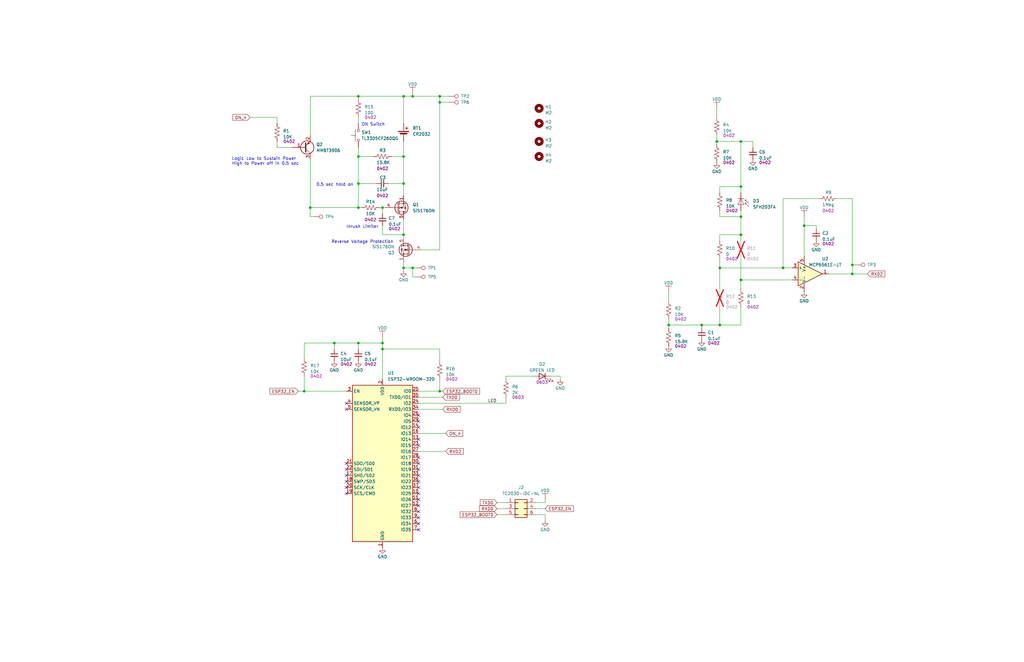
<source format=kicad_sch>
(kicad_sch (version 20230121) (generator eeschema)

  (uuid b5f5a06d-1e61-4156-ab31-a32d7b861d51)

  (paper "B")

  (title_block
    (title "Safe-To-Mate-O-Matic V4")
    (date "2024-04-11")
    (rev "A")
    (comment 1 "5303-0191")
  )

  (lib_symbols
    (symbol "Comparator:MCP6561x-LT" (pin_names (offset 0.127)) (in_bom yes) (on_board yes)
      (property "Reference" "U" (at -1.27 6.35 0)
        (effects (font (size 1.27 1.27)) (justify left))
      )
      (property "Value" "MCP6561x-LT" (at -1.27 3.81 0)
        (effects (font (size 1.27 1.27)) (justify left))
      )
      (property "Footprint" "Package_TO_SOT_SMD:SOT-353_SC-70-5" (at -2.54 -5.08 0)
        (effects (font (size 1.27 1.27)) (justify left) hide)
      )
      (property "Datasheet" "http://ww1.microchip.com/downloads/en/DeviceDoc/MCP6561-1R-1U-2-4-1.8V-Low-Power-Push-Pull-Output-Comparator-DS20002139E.pdf" (at 0 0 0)
        (effects (font (size 1.27 1.27)) hide)
      )
      (property "ki_keywords" "cmp" (at 0 0 0)
        (effects (font (size 1.27 1.27)) hide)
      )
      (property "ki_description" "Single 1.8V Low-Power Push-Pull Output Comparator, SC-70-5" (at 0 0 0)
        (effects (font (size 1.27 1.27)) hide)
      )
      (property "ki_fp_filters" "SOT?353*" (at 0 0 0)
        (effects (font (size 1.27 1.27)) hide)
      )
      (symbol "MCP6561x-LT_0_1"
        (polyline
          (pts
            (xy -5.08 5.08)
            (xy 5.08 0)
            (xy -5.08 -5.08)
            (xy -5.08 5.08)
          )
          (stroke (width 0.254) (type default))
          (fill (type background))
        )
        (pin power_in line (at -2.54 -7.62 90) (length 3.81)
          (name "V-" (effects (font (size 1.27 1.27))))
          (number "2" (effects (font (size 1.27 1.27))))
        )
        (pin power_in line (at -2.54 7.62 270) (length 3.81)
          (name "V+" (effects (font (size 1.27 1.27))))
          (number "5" (effects (font (size 1.27 1.27))))
        )
      )
      (symbol "MCP6561x-LT_1_1"
        (pin output line (at 7.62 0 180) (length 2.54)
          (name "~" (effects (font (size 1.27 1.27))))
          (number "1" (effects (font (size 1.27 1.27))))
        )
        (pin input line (at -7.62 2.54 0) (length 2.54)
          (name "+" (effects (font (size 1.27 1.27))))
          (number "3" (effects (font (size 1.27 1.27))))
        )
        (pin input line (at -7.62 -2.54 0) (length 2.54)
          (name "-" (effects (font (size 1.27 1.27))))
          (number "4" (effects (font (size 1.27 1.27))))
        )
      )
    )
    (symbol "Connector:TestPoint" (pin_numbers hide) (pin_names (offset 0.762) hide) (in_bom yes) (on_board yes)
      (property "Reference" "TP" (at 0 6.858 0)
        (effects (font (size 1.27 1.27)))
      )
      (property "Value" "TestPoint" (at 0 5.08 0)
        (effects (font (size 1.27 1.27)))
      )
      (property "Footprint" "" (at 5.08 0 0)
        (effects (font (size 1.27 1.27)) hide)
      )
      (property "Datasheet" "~" (at 5.08 0 0)
        (effects (font (size 1.27 1.27)) hide)
      )
      (property "ki_keywords" "test point tp" (at 0 0 0)
        (effects (font (size 1.27 1.27)) hide)
      )
      (property "ki_description" "test point" (at 0 0 0)
        (effects (font (size 1.27 1.27)) hide)
      )
      (property "ki_fp_filters" "Pin* Test*" (at 0 0 0)
        (effects (font (size 1.27 1.27)) hide)
      )
      (symbol "TestPoint_0_1"
        (circle (center 0 3.302) (radius 0.762)
          (stroke (width 0) (type default))
          (fill (type none))
        )
      )
      (symbol "TestPoint_1_1"
        (pin passive line (at 0 0 90) (length 2.54)
          (name "1" (effects (font (size 1.27 1.27))))
          (number "1" (effects (font (size 1.27 1.27))))
        )
      )
    )
    (symbol "Connector_Generic:Conn_02x03_Odd_Even" (pin_names (offset 1.016) hide) (in_bom yes) (on_board yes)
      (property "Reference" "J" (at 1.27 5.08 0)
        (effects (font (size 1.27 1.27)))
      )
      (property "Value" "Conn_02x03_Odd_Even" (at 1.27 -5.08 0)
        (effects (font (size 1.27 1.27)))
      )
      (property "Footprint" "" (at 0 0 0)
        (effects (font (size 1.27 1.27)) hide)
      )
      (property "Datasheet" "~" (at 0 0 0)
        (effects (font (size 1.27 1.27)) hide)
      )
      (property "ki_keywords" "connector" (at 0 0 0)
        (effects (font (size 1.27 1.27)) hide)
      )
      (property "ki_description" "Generic connector, double row, 02x03, odd/even pin numbering scheme (row 1 odd numbers, row 2 even numbers), script generated (kicad-library-utils/schlib/autogen/connector/)" (at 0 0 0)
        (effects (font (size 1.27 1.27)) hide)
      )
      (property "ki_fp_filters" "Connector*:*_2x??_*" (at 0 0 0)
        (effects (font (size 1.27 1.27)) hide)
      )
      (symbol "Conn_02x03_Odd_Even_1_1"
        (rectangle (start -1.27 -2.413) (end 0 -2.667)
          (stroke (width 0.1524) (type default))
          (fill (type none))
        )
        (rectangle (start -1.27 0.127) (end 0 -0.127)
          (stroke (width 0.1524) (type default))
          (fill (type none))
        )
        (rectangle (start -1.27 2.667) (end 0 2.413)
          (stroke (width 0.1524) (type default))
          (fill (type none))
        )
        (rectangle (start -1.27 3.81) (end 3.81 -3.81)
          (stroke (width 0.254) (type default))
          (fill (type background))
        )
        (rectangle (start 3.81 -2.413) (end 2.54 -2.667)
          (stroke (width 0.1524) (type default))
          (fill (type none))
        )
        (rectangle (start 3.81 0.127) (end 2.54 -0.127)
          (stroke (width 0.1524) (type default))
          (fill (type none))
        )
        (rectangle (start 3.81 2.667) (end 2.54 2.413)
          (stroke (width 0.1524) (type default))
          (fill (type none))
        )
        (pin passive line (at -5.08 2.54 0) (length 3.81)
          (name "Pin_1" (effects (font (size 1.27 1.27))))
          (number "1" (effects (font (size 1.27 1.27))))
        )
        (pin passive line (at 7.62 2.54 180) (length 3.81)
          (name "Pin_2" (effects (font (size 1.27 1.27))))
          (number "2" (effects (font (size 1.27 1.27))))
        )
        (pin passive line (at -5.08 0 0) (length 3.81)
          (name "Pin_3" (effects (font (size 1.27 1.27))))
          (number "3" (effects (font (size 1.27 1.27))))
        )
        (pin passive line (at 7.62 0 180) (length 3.81)
          (name "Pin_4" (effects (font (size 1.27 1.27))))
          (number "4" (effects (font (size 1.27 1.27))))
        )
        (pin passive line (at -5.08 -2.54 0) (length 3.81)
          (name "Pin_5" (effects (font (size 1.27 1.27))))
          (number "5" (effects (font (size 1.27 1.27))))
        )
        (pin passive line (at 7.62 -2.54 180) (length 3.81)
          (name "Pin_6" (effects (font (size 1.27 1.27))))
          (number "6" (effects (font (size 1.27 1.27))))
        )
      )
    )
    (symbol "Device:Battery_Cell" (pin_numbers hide) (pin_names (offset 0) hide) (in_bom yes) (on_board yes)
      (property "Reference" "BT" (at 2.54 2.54 0)
        (effects (font (size 1.27 1.27)) (justify left))
      )
      (property "Value" "Battery_Cell" (at 2.54 0 0)
        (effects (font (size 1.27 1.27)) (justify left))
      )
      (property "Footprint" "" (at 0 1.524 90)
        (effects (font (size 1.27 1.27)) hide)
      )
      (property "Datasheet" "~" (at 0 1.524 90)
        (effects (font (size 1.27 1.27)) hide)
      )
      (property "ki_keywords" "battery cell" (at 0 0 0)
        (effects (font (size 1.27 1.27)) hide)
      )
      (property "ki_description" "Single-cell battery" (at 0 0 0)
        (effects (font (size 1.27 1.27)) hide)
      )
      (symbol "Battery_Cell_0_1"
        (rectangle (start -2.286 1.778) (end 2.286 1.524)
          (stroke (width 0) (type default))
          (fill (type outline))
        )
        (rectangle (start -1.524 1.016) (end 1.524 0.508)
          (stroke (width 0) (type default))
          (fill (type outline))
        )
        (polyline
          (pts
            (xy 0 0.762)
            (xy 0 0)
          )
          (stroke (width 0) (type default))
          (fill (type none))
        )
        (polyline
          (pts
            (xy 0 1.778)
            (xy 0 2.54)
          )
          (stroke (width 0) (type default))
          (fill (type none))
        )
        (polyline
          (pts
            (xy 0.762 3.048)
            (xy 1.778 3.048)
          )
          (stroke (width 0.254) (type default))
          (fill (type none))
        )
        (polyline
          (pts
            (xy 1.27 3.556)
            (xy 1.27 2.54)
          )
          (stroke (width 0.254) (type default))
          (fill (type none))
        )
      )
      (symbol "Battery_Cell_1_1"
        (pin passive line (at 0 5.08 270) (length 2.54)
          (name "+" (effects (font (size 1.27 1.27))))
          (number "1" (effects (font (size 1.27 1.27))))
        )
        (pin passive line (at 0 -2.54 90) (length 2.54)
          (name "-" (effects (font (size 1.27 1.27))))
          (number "2" (effects (font (size 1.27 1.27))))
        )
      )
    )
    (symbol "Device:C_Small" (pin_numbers hide) (pin_names (offset 0.254) hide) (in_bom yes) (on_board yes)
      (property "Reference" "C" (at 0.254 1.778 0)
        (effects (font (size 1.27 1.27)) (justify left))
      )
      (property "Value" "C_Small" (at 0.254 -2.032 0)
        (effects (font (size 1.27 1.27)) (justify left))
      )
      (property "Footprint" "" (at 0 0 0)
        (effects (font (size 1.27 1.27)) hide)
      )
      (property "Datasheet" "~" (at 0 0 0)
        (effects (font (size 1.27 1.27)) hide)
      )
      (property "ki_keywords" "capacitor cap" (at 0 0 0)
        (effects (font (size 1.27 1.27)) hide)
      )
      (property "ki_description" "Unpolarized capacitor, small symbol" (at 0 0 0)
        (effects (font (size 1.27 1.27)) hide)
      )
      (property "ki_fp_filters" "C_*" (at 0 0 0)
        (effects (font (size 1.27 1.27)) hide)
      )
      (symbol "C_Small_0_1"
        (polyline
          (pts
            (xy -1.524 -0.508)
            (xy 1.524 -0.508)
          )
          (stroke (width 0.3302) (type default))
          (fill (type none))
        )
        (polyline
          (pts
            (xy -1.524 0.508)
            (xy 1.524 0.508)
          )
          (stroke (width 0.3048) (type default))
          (fill (type none))
        )
      )
      (symbol "C_Small_1_1"
        (pin passive line (at 0 2.54 270) (length 2.032)
          (name "~" (effects (font (size 1.27 1.27))))
          (number "1" (effects (font (size 1.27 1.27))))
        )
        (pin passive line (at 0 -2.54 90) (length 2.032)
          (name "~" (effects (font (size 1.27 1.27))))
          (number "2" (effects (font (size 1.27 1.27))))
        )
      )
    )
    (symbol "Device:LED" (pin_numbers hide) (pin_names (offset 1.016) hide) (in_bom yes) (on_board yes)
      (property "Reference" "D" (at 0 2.54 0)
        (effects (font (size 1.27 1.27)))
      )
      (property "Value" "LED" (at 0 -2.54 0)
        (effects (font (size 1.27 1.27)))
      )
      (property "Footprint" "" (at 0 0 0)
        (effects (font (size 1.27 1.27)) hide)
      )
      (property "Datasheet" "~" (at 0 0 0)
        (effects (font (size 1.27 1.27)) hide)
      )
      (property "ki_keywords" "LED diode" (at 0 0 0)
        (effects (font (size 1.27 1.27)) hide)
      )
      (property "ki_description" "Light emitting diode" (at 0 0 0)
        (effects (font (size 1.27 1.27)) hide)
      )
      (property "ki_fp_filters" "LED* LED_SMD:* LED_THT:*" (at 0 0 0)
        (effects (font (size 1.27 1.27)) hide)
      )
      (symbol "LED_0_1"
        (polyline
          (pts
            (xy -1.27 -1.27)
            (xy -1.27 1.27)
          )
          (stroke (width 0.254) (type default))
          (fill (type none))
        )
        (polyline
          (pts
            (xy -1.27 0)
            (xy 1.27 0)
          )
          (stroke (width 0) (type default))
          (fill (type none))
        )
        (polyline
          (pts
            (xy 1.27 -1.27)
            (xy 1.27 1.27)
            (xy -1.27 0)
            (xy 1.27 -1.27)
          )
          (stroke (width 0.254) (type default))
          (fill (type none))
        )
        (polyline
          (pts
            (xy -3.048 -0.762)
            (xy -4.572 -2.286)
            (xy -3.81 -2.286)
            (xy -4.572 -2.286)
            (xy -4.572 -1.524)
          )
          (stroke (width 0) (type default))
          (fill (type none))
        )
        (polyline
          (pts
            (xy -1.778 -0.762)
            (xy -3.302 -2.286)
            (xy -2.54 -2.286)
            (xy -3.302 -2.286)
            (xy -3.302 -1.524)
          )
          (stroke (width 0) (type default))
          (fill (type none))
        )
      )
      (symbol "LED_1_1"
        (pin passive line (at -3.81 0 0) (length 2.54)
          (name "K" (effects (font (size 1.27 1.27))))
          (number "1" (effects (font (size 1.27 1.27))))
        )
        (pin passive line (at 3.81 0 180) (length 2.54)
          (name "A" (effects (font (size 1.27 1.27))))
          (number "2" (effects (font (size 1.27 1.27))))
        )
      )
    )
    (symbol "Device:R_US" (pin_numbers hide) (pin_names (offset 0)) (in_bom yes) (on_board yes)
      (property "Reference" "R" (at 2.54 0 90)
        (effects (font (size 1.27 1.27)))
      )
      (property "Value" "R_US" (at -2.54 0 90)
        (effects (font (size 1.27 1.27)))
      )
      (property "Footprint" "" (at 1.016 -0.254 90)
        (effects (font (size 1.27 1.27)) hide)
      )
      (property "Datasheet" "~" (at 0 0 0)
        (effects (font (size 1.27 1.27)) hide)
      )
      (property "ki_keywords" "R res resistor" (at 0 0 0)
        (effects (font (size 1.27 1.27)) hide)
      )
      (property "ki_description" "Resistor, US symbol" (at 0 0 0)
        (effects (font (size 1.27 1.27)) hide)
      )
      (property "ki_fp_filters" "R_*" (at 0 0 0)
        (effects (font (size 1.27 1.27)) hide)
      )
      (symbol "R_US_0_1"
        (polyline
          (pts
            (xy 0 -2.286)
            (xy 0 -2.54)
          )
          (stroke (width 0) (type default))
          (fill (type none))
        )
        (polyline
          (pts
            (xy 0 2.286)
            (xy 0 2.54)
          )
          (stroke (width 0) (type default))
          (fill (type none))
        )
        (polyline
          (pts
            (xy 0 -0.762)
            (xy 1.016 -1.143)
            (xy 0 -1.524)
            (xy -1.016 -1.905)
            (xy 0 -2.286)
          )
          (stroke (width 0) (type default))
          (fill (type none))
        )
        (polyline
          (pts
            (xy 0 0.762)
            (xy 1.016 0.381)
            (xy 0 0)
            (xy -1.016 -0.381)
            (xy 0 -0.762)
          )
          (stroke (width 0) (type default))
          (fill (type none))
        )
        (polyline
          (pts
            (xy 0 2.286)
            (xy 1.016 1.905)
            (xy 0 1.524)
            (xy -1.016 1.143)
            (xy 0 0.762)
          )
          (stroke (width 0) (type default))
          (fill (type none))
        )
      )
      (symbol "R_US_1_1"
        (pin passive line (at 0 3.81 270) (length 1.27)
          (name "~" (effects (font (size 1.27 1.27))))
          (number "1" (effects (font (size 1.27 1.27))))
        )
        (pin passive line (at 0 -3.81 90) (length 1.27)
          (name "~" (effects (font (size 1.27 1.27))))
          (number "2" (effects (font (size 1.27 1.27))))
        )
      )
    )
    (symbol "Jannett_Symbol_Library:VDD" (power) (pin_names (offset 0)) (in_bom yes) (on_board yes)
      (property "Reference" "#PWR" (at 0 -3.81 0)
        (effects (font (size 1.27 1.27)) hide)
      )
      (property "Value" "VDD" (at 0 3.81 0)
        (effects (font (size 1.27 1.27)))
      )
      (property "Footprint" "" (at 0 0 0)
        (effects (font (size 1.27 1.27)) hide)
      )
      (property "Datasheet" "" (at 0 0 0)
        (effects (font (size 1.27 1.27)) hide)
      )
      (property "ki_keywords" "power-flag" (at 0 0 0)
        (effects (font (size 1.27 1.27)) hide)
      )
      (property "ki_description" "Power symbol creates a global label with name \"VDD\"" (at 0 0 0)
        (effects (font (size 1.27 1.27)) hide)
      )
      (symbol "VDD_0_1"
        (polyline
          (pts
            (xy -1.27 2.54)
            (xy 1.27 2.54)
          )
          (stroke (width 0) (type default))
          (fill (type none))
        )
        (polyline
          (pts
            (xy 0 0)
            (xy 0 2.54)
          )
          (stroke (width 0) (type default))
          (fill (type none))
        )
      )
      (symbol "VDD_1_1"
        (pin power_in line (at 0 0 90) (length 0) hide
          (name "VDD" (effects (font (size 1.27 1.27))))
          (number "1" (effects (font (size 1.27 1.27))))
        )
      )
    )
    (symbol "Mechanical:MountingHole" (pin_names (offset 1.016)) (in_bom yes) (on_board yes)
      (property "Reference" "H" (at 0 5.08 0)
        (effects (font (size 1.27 1.27)))
      )
      (property "Value" "MountingHole" (at 0 3.175 0)
        (effects (font (size 1.27 1.27)))
      )
      (property "Footprint" "" (at 0 0 0)
        (effects (font (size 1.27 1.27)) hide)
      )
      (property "Datasheet" "~" (at 0 0 0)
        (effects (font (size 1.27 1.27)) hide)
      )
      (property "ki_keywords" "mounting hole" (at 0 0 0)
        (effects (font (size 1.27 1.27)) hide)
      )
      (property "ki_description" "Mounting Hole without connection" (at 0 0 0)
        (effects (font (size 1.27 1.27)) hide)
      )
      (property "ki_fp_filters" "MountingHole*" (at 0 0 0)
        (effects (font (size 1.27 1.27)) hide)
      )
      (symbol "MountingHole_0_1"
        (circle (center 0 0) (radius 1.27)
          (stroke (width 1.27) (type default))
          (fill (type none))
        )
      )
    )
    (symbol "RF_Module:ESP32-WROOM-32D" (in_bom yes) (on_board yes)
      (property "Reference" "U" (at -12.7 34.29 0)
        (effects (font (size 1.27 1.27)) (justify left))
      )
      (property "Value" "ESP32-WROOM-32D" (at 1.27 34.29 0)
        (effects (font (size 1.27 1.27)) (justify left))
      )
      (property "Footprint" "RF_Module:ESP32-WROOM-32D" (at 16.51 -34.29 0)
        (effects (font (size 1.27 1.27)) hide)
      )
      (property "Datasheet" "https://www.espressif.com/sites/default/files/documentation/esp32-wroom-32d_esp32-wroom-32u_datasheet_en.pdf" (at -7.62 1.27 0)
        (effects (font (size 1.27 1.27)) hide)
      )
      (property "ki_keywords" "RF Radio BT ESP ESP32 Espressif onboard PCB antenna" (at 0 0 0)
        (effects (font (size 1.27 1.27)) hide)
      )
      (property "ki_description" "RF Module, ESP32-D0WD SoC, Wi-Fi 802.11b/g/n, Bluetooth, BLE, 32-bit, 2.7-3.6V, onboard antenna, SMD" (at 0 0 0)
        (effects (font (size 1.27 1.27)) hide)
      )
      (property "ki_fp_filters" "ESP32?WROOM?32D*" (at 0 0 0)
        (effects (font (size 1.27 1.27)) hide)
      )
      (symbol "ESP32-WROOM-32D_0_1"
        (rectangle (start -12.7 33.02) (end 12.7 -33.02)
          (stroke (width 0.254) (type default))
          (fill (type background))
        )
      )
      (symbol "ESP32-WROOM-32D_1_1"
        (pin power_in line (at 0 -35.56 90) (length 2.54)
          (name "GND" (effects (font (size 1.27 1.27))))
          (number "1" (effects (font (size 1.27 1.27))))
        )
        (pin bidirectional line (at 15.24 -12.7 180) (length 2.54)
          (name "IO25" (effects (font (size 1.27 1.27))))
          (number "10" (effects (font (size 1.27 1.27))))
        )
        (pin bidirectional line (at 15.24 -15.24 180) (length 2.54)
          (name "IO26" (effects (font (size 1.27 1.27))))
          (number "11" (effects (font (size 1.27 1.27))))
        )
        (pin bidirectional line (at 15.24 -17.78 180) (length 2.54)
          (name "IO27" (effects (font (size 1.27 1.27))))
          (number "12" (effects (font (size 1.27 1.27))))
        )
        (pin bidirectional line (at 15.24 10.16 180) (length 2.54)
          (name "IO14" (effects (font (size 1.27 1.27))))
          (number "13" (effects (font (size 1.27 1.27))))
        )
        (pin bidirectional line (at 15.24 15.24 180) (length 2.54)
          (name "IO12" (effects (font (size 1.27 1.27))))
          (number "14" (effects (font (size 1.27 1.27))))
        )
        (pin passive line (at 0 -35.56 90) (length 2.54) hide
          (name "GND" (effects (font (size 1.27 1.27))))
          (number "15" (effects (font (size 1.27 1.27))))
        )
        (pin bidirectional line (at 15.24 12.7 180) (length 2.54)
          (name "IO13" (effects (font (size 1.27 1.27))))
          (number "16" (effects (font (size 1.27 1.27))))
        )
        (pin bidirectional line (at -15.24 -5.08 0) (length 2.54)
          (name "SHD/SD2" (effects (font (size 1.27 1.27))))
          (number "17" (effects (font (size 1.27 1.27))))
        )
        (pin bidirectional line (at -15.24 -7.62 0) (length 2.54)
          (name "SWP/SD3" (effects (font (size 1.27 1.27))))
          (number "18" (effects (font (size 1.27 1.27))))
        )
        (pin bidirectional line (at -15.24 -12.7 0) (length 2.54)
          (name "SCS/CMD" (effects (font (size 1.27 1.27))))
          (number "19" (effects (font (size 1.27 1.27))))
        )
        (pin power_in line (at 0 35.56 270) (length 2.54)
          (name "VDD" (effects (font (size 1.27 1.27))))
          (number "2" (effects (font (size 1.27 1.27))))
        )
        (pin bidirectional line (at -15.24 -10.16 0) (length 2.54)
          (name "SCK/CLK" (effects (font (size 1.27 1.27))))
          (number "20" (effects (font (size 1.27 1.27))))
        )
        (pin bidirectional line (at -15.24 0 0) (length 2.54)
          (name "SDO/SD0" (effects (font (size 1.27 1.27))))
          (number "21" (effects (font (size 1.27 1.27))))
        )
        (pin bidirectional line (at -15.24 -2.54 0) (length 2.54)
          (name "SDI/SD1" (effects (font (size 1.27 1.27))))
          (number "22" (effects (font (size 1.27 1.27))))
        )
        (pin bidirectional line (at 15.24 7.62 180) (length 2.54)
          (name "IO15" (effects (font (size 1.27 1.27))))
          (number "23" (effects (font (size 1.27 1.27))))
        )
        (pin bidirectional line (at 15.24 25.4 180) (length 2.54)
          (name "IO2" (effects (font (size 1.27 1.27))))
          (number "24" (effects (font (size 1.27 1.27))))
        )
        (pin bidirectional line (at 15.24 30.48 180) (length 2.54)
          (name "IO0" (effects (font (size 1.27 1.27))))
          (number "25" (effects (font (size 1.27 1.27))))
        )
        (pin bidirectional line (at 15.24 20.32 180) (length 2.54)
          (name "IO4" (effects (font (size 1.27 1.27))))
          (number "26" (effects (font (size 1.27 1.27))))
        )
        (pin bidirectional line (at 15.24 5.08 180) (length 2.54)
          (name "IO16" (effects (font (size 1.27 1.27))))
          (number "27" (effects (font (size 1.27 1.27))))
        )
        (pin bidirectional line (at 15.24 2.54 180) (length 2.54)
          (name "IO17" (effects (font (size 1.27 1.27))))
          (number "28" (effects (font (size 1.27 1.27))))
        )
        (pin bidirectional line (at 15.24 17.78 180) (length 2.54)
          (name "IO5" (effects (font (size 1.27 1.27))))
          (number "29" (effects (font (size 1.27 1.27))))
        )
        (pin input line (at -15.24 30.48 0) (length 2.54)
          (name "EN" (effects (font (size 1.27 1.27))))
          (number "3" (effects (font (size 1.27 1.27))))
        )
        (pin bidirectional line (at 15.24 0 180) (length 2.54)
          (name "IO18" (effects (font (size 1.27 1.27))))
          (number "30" (effects (font (size 1.27 1.27))))
        )
        (pin bidirectional line (at 15.24 -2.54 180) (length 2.54)
          (name "IO19" (effects (font (size 1.27 1.27))))
          (number "31" (effects (font (size 1.27 1.27))))
        )
        (pin no_connect line (at -12.7 -27.94 0) (length 2.54) hide
          (name "NC" (effects (font (size 1.27 1.27))))
          (number "32" (effects (font (size 1.27 1.27))))
        )
        (pin bidirectional line (at 15.24 -5.08 180) (length 2.54)
          (name "IO21" (effects (font (size 1.27 1.27))))
          (number "33" (effects (font (size 1.27 1.27))))
        )
        (pin bidirectional line (at 15.24 22.86 180) (length 2.54)
          (name "RXD0/IO3" (effects (font (size 1.27 1.27))))
          (number "34" (effects (font (size 1.27 1.27))))
        )
        (pin bidirectional line (at 15.24 27.94 180) (length 2.54)
          (name "TXD0/IO1" (effects (font (size 1.27 1.27))))
          (number "35" (effects (font (size 1.27 1.27))))
        )
        (pin bidirectional line (at 15.24 -7.62 180) (length 2.54)
          (name "IO22" (effects (font (size 1.27 1.27))))
          (number "36" (effects (font (size 1.27 1.27))))
        )
        (pin bidirectional line (at 15.24 -10.16 180) (length 2.54)
          (name "IO23" (effects (font (size 1.27 1.27))))
          (number "37" (effects (font (size 1.27 1.27))))
        )
        (pin passive line (at 0 -35.56 90) (length 2.54) hide
          (name "GND" (effects (font (size 1.27 1.27))))
          (number "38" (effects (font (size 1.27 1.27))))
        )
        (pin passive line (at 0 -35.56 90) (length 2.54) hide
          (name "GND" (effects (font (size 1.27 1.27))))
          (number "39" (effects (font (size 1.27 1.27))))
        )
        (pin input line (at -15.24 25.4 0) (length 2.54)
          (name "SENSOR_VP" (effects (font (size 1.27 1.27))))
          (number "4" (effects (font (size 1.27 1.27))))
        )
        (pin input line (at -15.24 22.86 0) (length 2.54)
          (name "SENSOR_VN" (effects (font (size 1.27 1.27))))
          (number "5" (effects (font (size 1.27 1.27))))
        )
        (pin input line (at 15.24 -25.4 180) (length 2.54)
          (name "IO34" (effects (font (size 1.27 1.27))))
          (number "6" (effects (font (size 1.27 1.27))))
        )
        (pin input line (at 15.24 -27.94 180) (length 2.54)
          (name "IO35" (effects (font (size 1.27 1.27))))
          (number "7" (effects (font (size 1.27 1.27))))
        )
        (pin bidirectional line (at 15.24 -20.32 180) (length 2.54)
          (name "IO32" (effects (font (size 1.27 1.27))))
          (number "8" (effects (font (size 1.27 1.27))))
        )
        (pin bidirectional line (at 15.24 -22.86 180) (length 2.54)
          (name "IO33" (effects (font (size 1.27 1.27))))
          (number "9" (effects (font (size 1.27 1.27))))
        )
      )
    )
    (symbol "Sensor_Optical:SFH203FA" (pin_numbers hide) (pin_names hide) (in_bom yes) (on_board yes)
      (property "Reference" "D" (at 0.508 1.778 0)
        (effects (font (size 1.27 1.27)) (justify left))
      )
      (property "Value" "SFH203FA" (at -1.016 -2.794 0)
        (effects (font (size 1.27 1.27)))
      )
      (property "Footprint" "LED_THT:LED_D5.0mm_IRGrey" (at 0 4.445 0)
        (effects (font (size 1.27 1.27)) hide)
      )
      (property "Datasheet" "http://www.osram-os.com/Graphics/XPic9/00101656_0.pdf/SFH%20203,%20SFH%20203%20FA,%20Lead%20(Pb)%20Free%20Product%20-%20RoHS%20Compliant.pdf" (at -1.27 0 0)
        (effects (font (size 1.27 1.27)) hide)
      )
      (property "ki_keywords" "PIN photodiode IR" (at 0 0 0)
        (effects (font (size 1.27 1.27)) hide)
      )
      (property "ki_description" "Silicon PIN Photodiode with Daylight Blocking Filter" (at 0 0 0)
        (effects (font (size 1.27 1.27)) hide)
      )
      (property "ki_fp_filters" "LED*D5.0mm*IRGrey*" (at 0 0 0)
        (effects (font (size 1.27 1.27)) hide)
      )
      (symbol "SFH203FA_0_1"
        (polyline
          (pts
            (xy -2.54 0)
            (xy 0 0)
          )
          (stroke (width 0) (type default))
          (fill (type none))
        )
        (polyline
          (pts
            (xy -2.54 1.27)
            (xy -2.54 -1.27)
          )
          (stroke (width 0.1524) (type default))
          (fill (type none))
        )
        (polyline
          (pts
            (xy -2.032 1.778)
            (xy -1.524 1.778)
          )
          (stroke (width 0) (type default))
          (fill (type none))
        )
        (polyline
          (pts
            (xy 0 -1.27)
            (xy 0 1.27)
          )
          (stroke (width 0) (type default))
          (fill (type none))
        )
        (polyline
          (pts
            (xy -0.508 3.302)
            (xy -2.032 1.778)
            (xy -2.032 2.286)
          )
          (stroke (width 0) (type default))
          (fill (type none))
        )
        (polyline
          (pts
            (xy 0 1.27)
            (xy -2.54 0)
            (xy 0 -1.27)
          )
          (stroke (width 0) (type default))
          (fill (type none))
        )
        (polyline
          (pts
            (xy 0.762 3.302)
            (xy -0.762 1.778)
            (xy -0.762 2.286)
            (xy -0.762 1.778)
            (xy -0.254 1.778)
          )
          (stroke (width 0) (type default))
          (fill (type none))
        )
      )
      (symbol "SFH203FA_1_1"
        (pin passive line (at -5.08 0 0) (length 2.54)
          (name "K" (effects (font (size 1.27 1.27))))
          (number "1" (effects (font (size 1.27 1.27))))
        )
        (pin passive line (at 2.54 0 180) (length 2.54)
          (name "A" (effects (font (size 1.27 1.27))))
          (number "2" (effects (font (size 1.27 1.27))))
        )
      )
    )
    (symbol "Switch:SW_Push" (pin_numbers hide) (pin_names (offset 1.016) hide) (in_bom yes) (on_board yes)
      (property "Reference" "SW" (at 1.27 2.54 0)
        (effects (font (size 1.27 1.27)) (justify left))
      )
      (property "Value" "SW_Push" (at 0 -1.524 0)
        (effects (font (size 1.27 1.27)))
      )
      (property "Footprint" "" (at 0 5.08 0)
        (effects (font (size 1.27 1.27)) hide)
      )
      (property "Datasheet" "~" (at 0 5.08 0)
        (effects (font (size 1.27 1.27)) hide)
      )
      (property "ki_keywords" "switch normally-open pushbutton push-button" (at 0 0 0)
        (effects (font (size 1.27 1.27)) hide)
      )
      (property "ki_description" "Push button switch, generic, two pins" (at 0 0 0)
        (effects (font (size 1.27 1.27)) hide)
      )
      (symbol "SW_Push_0_1"
        (circle (center -2.032 0) (radius 0.508)
          (stroke (width 0) (type default))
          (fill (type none))
        )
        (polyline
          (pts
            (xy 0 1.27)
            (xy 0 3.048)
          )
          (stroke (width 0) (type default))
          (fill (type none))
        )
        (polyline
          (pts
            (xy 2.54 1.27)
            (xy -2.54 1.27)
          )
          (stroke (width 0) (type default))
          (fill (type none))
        )
        (circle (center 2.032 0) (radius 0.508)
          (stroke (width 0) (type default))
          (fill (type none))
        )
        (pin passive line (at -5.08 0 0) (length 2.54)
          (name "1" (effects (font (size 1.27 1.27))))
          (number "1" (effects (font (size 1.27 1.27))))
        )
        (pin passive line (at 5.08 0 180) (length 2.54)
          (name "2" (effects (font (size 1.27 1.27))))
          (number "2" (effects (font (size 1.27 1.27))))
        )
      )
    )
    (symbol "Transistor_BJT:MMBT3906" (pin_names (offset 0) hide) (in_bom yes) (on_board yes)
      (property "Reference" "Q" (at 5.08 1.905 0)
        (effects (font (size 1.27 1.27)) (justify left))
      )
      (property "Value" "MMBT3906" (at 5.08 0 0)
        (effects (font (size 1.27 1.27)) (justify left))
      )
      (property "Footprint" "Package_TO_SOT_SMD:SOT-23" (at 5.08 -1.905 0)
        (effects (font (size 1.27 1.27) italic) (justify left) hide)
      )
      (property "Datasheet" "https://www.onsemi.com/pdf/datasheet/pzt3906-d.pdf" (at 0 0 0)
        (effects (font (size 1.27 1.27)) (justify left) hide)
      )
      (property "ki_keywords" "PNP Transistor" (at 0 0 0)
        (effects (font (size 1.27 1.27)) hide)
      )
      (property "ki_description" "-0.2A Ic, -40V Vce, Small Signal PNP Transistor, SOT-23" (at 0 0 0)
        (effects (font (size 1.27 1.27)) hide)
      )
      (property "ki_fp_filters" "SOT?23*" (at 0 0 0)
        (effects (font (size 1.27 1.27)) hide)
      )
      (symbol "MMBT3906_0_1"
        (polyline
          (pts
            (xy 0.635 0.635)
            (xy 2.54 2.54)
          )
          (stroke (width 0) (type default))
          (fill (type none))
        )
        (polyline
          (pts
            (xy 0.635 -0.635)
            (xy 2.54 -2.54)
            (xy 2.54 -2.54)
          )
          (stroke (width 0) (type default))
          (fill (type none))
        )
        (polyline
          (pts
            (xy 0.635 1.905)
            (xy 0.635 -1.905)
            (xy 0.635 -1.905)
          )
          (stroke (width 0.508) (type default))
          (fill (type none))
        )
        (polyline
          (pts
            (xy 2.286 -1.778)
            (xy 1.778 -2.286)
            (xy 1.27 -1.27)
            (xy 2.286 -1.778)
            (xy 2.286 -1.778)
          )
          (stroke (width 0) (type default))
          (fill (type outline))
        )
        (circle (center 1.27 0) (radius 2.8194)
          (stroke (width 0.254) (type default))
          (fill (type none))
        )
      )
      (symbol "MMBT3906_1_1"
        (pin input line (at -5.08 0 0) (length 5.715)
          (name "B" (effects (font (size 1.27 1.27))))
          (number "1" (effects (font (size 1.27 1.27))))
        )
        (pin passive line (at 2.54 -5.08 90) (length 2.54)
          (name "E" (effects (font (size 1.27 1.27))))
          (number "2" (effects (font (size 1.27 1.27))))
        )
        (pin passive line (at 2.54 5.08 270) (length 2.54)
          (name "C" (effects (font (size 1.27 1.27))))
          (number "3" (effects (font (size 1.27 1.27))))
        )
      )
    )
    (symbol "Transistor_FET:SiS454DN" (pin_names hide) (in_bom yes) (on_board yes)
      (property "Reference" "Q" (at 5.08 1.905 0)
        (effects (font (size 1.27 1.27)) (justify left))
      )
      (property "Value" "SiS454DN" (at 5.08 0 0)
        (effects (font (size 1.27 1.27)) (justify left))
      )
      (property "Footprint" "Package_SO:Vishay_PowerPAK_1212-8_Single" (at 5.08 -1.905 0)
        (effects (font (size 1.27 1.27) italic) (justify left) hide)
      )
      (property "Datasheet" "https://www.vishay.com/docs/66707/sis454dn.pdf" (at 0 0 0)
        (effects (font (size 1.27 1.27)) (justify left) hide)
      )
      (property "ki_keywords" "N-Channel MOSFET" (at 0 0 0)
        (effects (font (size 1.27 1.27)) hide)
      )
      (property "ki_description" "35A Id, 20V Vds, N-Channel MOSFET, PowerPAK 1212-8 Single" (at 0 0 0)
        (effects (font (size 1.27 1.27)) hide)
      )
      (property "ki_fp_filters" "Vishay*PowerPAK*1212*Single*" (at 0 0 0)
        (effects (font (size 1.27 1.27)) hide)
      )
      (symbol "SiS454DN_0_1"
        (polyline
          (pts
            (xy 0.254 0)
            (xy -2.54 0)
          )
          (stroke (width 0) (type default))
          (fill (type none))
        )
        (polyline
          (pts
            (xy 0.254 1.905)
            (xy 0.254 -1.905)
          )
          (stroke (width 0.254) (type default))
          (fill (type none))
        )
        (polyline
          (pts
            (xy 0.762 -1.27)
            (xy 0.762 -2.286)
          )
          (stroke (width 0.254) (type default))
          (fill (type none))
        )
        (polyline
          (pts
            (xy 0.762 0.508)
            (xy 0.762 -0.508)
          )
          (stroke (width 0.254) (type default))
          (fill (type none))
        )
        (polyline
          (pts
            (xy 0.762 2.286)
            (xy 0.762 1.27)
          )
          (stroke (width 0.254) (type default))
          (fill (type none))
        )
        (polyline
          (pts
            (xy 2.54 2.54)
            (xy 2.54 1.778)
          )
          (stroke (width 0) (type default))
          (fill (type none))
        )
        (polyline
          (pts
            (xy 2.54 -2.54)
            (xy 2.54 0)
            (xy 0.762 0)
          )
          (stroke (width 0) (type default))
          (fill (type none))
        )
        (polyline
          (pts
            (xy 0.762 -1.778)
            (xy 3.302 -1.778)
            (xy 3.302 1.778)
            (xy 0.762 1.778)
          )
          (stroke (width 0) (type default))
          (fill (type none))
        )
        (polyline
          (pts
            (xy 1.016 0)
            (xy 2.032 0.381)
            (xy 2.032 -0.381)
            (xy 1.016 0)
          )
          (stroke (width 0) (type default))
          (fill (type outline))
        )
        (polyline
          (pts
            (xy 2.794 0.508)
            (xy 2.921 0.381)
            (xy 3.683 0.381)
            (xy 3.81 0.254)
          )
          (stroke (width 0) (type default))
          (fill (type none))
        )
        (polyline
          (pts
            (xy 3.302 0.381)
            (xy 2.921 -0.254)
            (xy 3.683 -0.254)
            (xy 3.302 0.381)
          )
          (stroke (width 0) (type default))
          (fill (type none))
        )
        (circle (center 1.651 0) (radius 2.794)
          (stroke (width 0.254) (type default))
          (fill (type none))
        )
        (circle (center 2.54 -1.778) (radius 0.254)
          (stroke (width 0) (type default))
          (fill (type outline))
        )
        (circle (center 2.54 1.778) (radius 0.254)
          (stroke (width 0) (type default))
          (fill (type outline))
        )
      )
      (symbol "SiS454DN_1_1"
        (pin passive line (at 2.54 -5.08 90) (length 2.54)
          (name "S" (effects (font (size 1.27 1.27))))
          (number "1" (effects (font (size 1.27 1.27))))
        )
        (pin passive line (at 2.54 -5.08 90) (length 2.54) hide
          (name "S" (effects (font (size 1.27 1.27))))
          (number "2" (effects (font (size 1.27 1.27))))
        )
        (pin passive line (at 2.54 -5.08 90) (length 2.54) hide
          (name "S" (effects (font (size 1.27 1.27))))
          (number "3" (effects (font (size 1.27 1.27))))
        )
        (pin input line (at -5.08 0 0) (length 2.54)
          (name "G" (effects (font (size 1.27 1.27))))
          (number "4" (effects (font (size 1.27 1.27))))
        )
        (pin passive line (at 2.54 5.08 270) (length 2.54)
          (name "D" (effects (font (size 1.27 1.27))))
          (number "5" (effects (font (size 1.27 1.27))))
        )
      )
    )
    (symbol "power:GND" (power) (pin_names (offset 0)) (in_bom yes) (on_board yes)
      (property "Reference" "#PWR" (at 0 -6.35 0)
        (effects (font (size 1.27 1.27)) hide)
      )
      (property "Value" "GND" (at 0 -3.81 0)
        (effects (font (size 1.27 1.27)))
      )
      (property "Footprint" "" (at 0 0 0)
        (effects (font (size 1.27 1.27)) hide)
      )
      (property "Datasheet" "" (at 0 0 0)
        (effects (font (size 1.27 1.27)) hide)
      )
      (property "ki_keywords" "global power" (at 0 0 0)
        (effects (font (size 1.27 1.27)) hide)
      )
      (property "ki_description" "Power symbol creates a global label with name \"GND\" , ground" (at 0 0 0)
        (effects (font (size 1.27 1.27)) hide)
      )
      (symbol "GND_0_1"
        (polyline
          (pts
            (xy 0 0)
            (xy 0 -1.27)
            (xy 1.27 -1.27)
            (xy 0 -2.54)
            (xy -1.27 -1.27)
            (xy 0 -1.27)
          )
          (stroke (width 0) (type default))
          (fill (type none))
        )
      )
      (symbol "GND_1_1"
        (pin power_in line (at 0 0 270) (length 0) hide
          (name "GND" (effects (font (size 1.27 1.27))))
          (number "1" (effects (font (size 1.27 1.27))))
        )
      )
    )
  )

  (junction (at 151.13 77.47) (diameter 0) (color 0 0 0 0)
    (uuid 00a2f219-3894-4aae-88a7-c8d243b3f033)
  )
  (junction (at 359.41 115.57) (diameter 0) (color 0 0 0 0)
    (uuid 08c06b5c-04d5-408f-b9f7-04fde33dcb35)
  )
  (junction (at 312.42 118.11) (diameter 0) (color 0 0 0 0)
    (uuid 1969e308-256b-447d-9376-2165fa6af4e4)
  )
  (junction (at 330.2 113.03) (diameter 0) (color 0 0 0 0)
    (uuid 19a0891d-4fd1-4030-b407-3c9114b8177b)
  )
  (junction (at 303.53 137.16) (diameter 0) (color 0 0 0 0)
    (uuid 1b86be1a-79fa-4a1e-b473-12cab6b20ae1)
  )
  (junction (at 302.26 59.69) (diameter 0) (color 0 0 0 0)
    (uuid 33418f38-3197-4770-95fb-fd079b2347eb)
  )
  (junction (at 281.94 137.16) (diameter 0) (color 0 0 0 0)
    (uuid 3498c5c4-6139-4c67-8674-21d83ad54a1d)
  )
  (junction (at 173.99 113.03) (diameter 0) (color 0 0 0 0)
    (uuid 392a9542-3059-46e9-802d-504e8322339d)
  )
  (junction (at 170.18 66.04) (diameter 0) (color 0 0 0 0)
    (uuid 3e5c6de2-5a16-4cb1-94b2-9fd918e223d7)
  )
  (junction (at 170.18 40.64) (diameter 0) (color 0 0 0 0)
    (uuid 48242c83-6713-4b2d-be86-49cdeeea6e34)
  )
  (junction (at 312.42 78.74) (diameter 0) (color 0 0 0 0)
    (uuid 4b4b9f64-295a-4cd9-b3ae-be8030ce451b)
  )
  (junction (at 151.13 40.64) (diameter 0) (color 0 0 0 0)
    (uuid 4b9cf234-f235-42b0-aa3b-3245fafbb9d5)
  )
  (junction (at 312.42 59.69) (diameter 0) (color 0 0 0 0)
    (uuid 4ef7aacd-01df-47d4-91c8-04065ee3ed83)
  )
  (junction (at 295.91 137.16) (diameter 0) (color 0 0 0 0)
    (uuid 57753748-ab6c-4498-8733-052bdb4acee8)
  )
  (junction (at 161.29 87.63) (diameter 0) (color 0 0 0 0)
    (uuid 6b65e0da-0f9b-4b49-8254-a40345ebb698)
  )
  (junction (at 312.42 99.06) (diameter 0) (color 0 0 0 0)
    (uuid 7653c333-e98a-4cd1-bd7c-61489692f5a9)
  )
  (junction (at 161.29 144.78) (diameter 0) (color 0 0 0 0)
    (uuid 7b945dfa-e580-48eb-8d35-a307b1341e1c)
  )
  (junction (at 339.09 95.25) (diameter 0) (color 0 0 0 0)
    (uuid 7cee81f5-2f9c-4716-b935-29e7b9156a6b)
  )
  (junction (at 185.42 165.1) (diameter 0) (color 0 0 0 0)
    (uuid 7f9aef28-902b-4c7e-80fa-60f69ef31ab9)
  )
  (junction (at 185.42 40.64) (diameter 0) (color 0 0 0 0)
    (uuid 85b7722c-6c68-4179-b7ee-ac02a29474fc)
  )
  (junction (at 170.18 99.06) (diameter 0) (color 0 0 0 0)
    (uuid 85fb717b-acff-4f5f-8572-ce487d61b930)
  )
  (junction (at 161.29 147.32) (diameter 0) (color 0 0 0 0)
    (uuid 8a79dfd4-f1e6-46ab-b740-4328a228cd04)
  )
  (junction (at 359.41 111.76) (diameter 0) (color 0 0 0 0)
    (uuid 8ef5f92d-ed4a-43ae-828e-f19523f94296)
  )
  (junction (at 151.13 144.78) (diameter 0) (color 0 0 0 0)
    (uuid 9cf9aa2c-c881-4318-8be3-da2b7df23a7b)
  )
  (junction (at 173.99 40.64) (diameter 0) (color 0 0 0 0)
    (uuid 9f5e0ad9-2c58-4c40-91b1-5aab4947f0a0)
  )
  (junction (at 170.18 113.03) (diameter 0) (color 0 0 0 0)
    (uuid b2d20f1f-5248-421b-9148-c0eefaf4cfd5)
  )
  (junction (at 170.18 77.47) (diameter 0) (color 0 0 0 0)
    (uuid c19b2643-7eb3-40a9-8c25-d21d8b4399c2)
  )
  (junction (at 151.13 87.63) (diameter 0) (color 0 0 0 0)
    (uuid c58d60d5-e80a-4345-a937-92efe4700c5c)
  )
  (junction (at 185.42 43.18) (diameter 0) (color 0 0 0 0)
    (uuid ce39dea1-854a-41bc-8c90-c9cf5d6253da)
  )
  (junction (at 128.27 165.1) (diameter 0) (color 0 0 0 0)
    (uuid da89988d-24f4-42f6-99a6-c27c9e72327a)
  )
  (junction (at 312.42 91.44) (diameter 0) (color 0 0 0 0)
    (uuid dd6b214b-0361-4bc2-b63d-ef6ee1d2a6a7)
  )
  (junction (at 130.81 87.63) (diameter 0) (color 0 0 0 0)
    (uuid e4933c4c-f862-415e-96ec-89e06e74fd1d)
  )
  (junction (at 151.13 66.04) (diameter 0) (color 0 0 0 0)
    (uuid eb2bc976-f875-4305-bc17-065813ceeaa5)
  )
  (junction (at 303.53 113.03) (diameter 0) (color 0 0 0 0)
    (uuid f521ffe7-442b-41c0-9016-cf14658b04cb)
  )
  (junction (at 140.97 144.78) (diameter 0) (color 0 0 0 0)
    (uuid fde3bef0-dc0b-425a-935e-c9c5b85d01ef)
  )

  (no_connect (at 146.05 195.58) (uuid 0abc5abb-6c56-4493-9ae2-f889c30d694c))
  (no_connect (at 176.53 218.44) (uuid 0e8299a1-f18c-4b3b-9d42-a54f00ba99b2))
  (no_connect (at 176.53 187.96) (uuid 2aff9fcc-27c8-4463-a2f6-161b3afafda6))
  (no_connect (at 176.53 220.98) (uuid 32fce471-5522-4fe2-af67-a6c6fc325c6f))
  (no_connect (at 176.53 203.2) (uuid 3b8b5cc3-6285-4bff-be3b-ec48bfc6ab30))
  (no_connect (at 146.05 172.72) (uuid 3e07a709-1a3a-4b4a-9aea-73c89bd03d13))
  (no_connect (at 146.05 198.12) (uuid 5199a53e-8884-4cbb-9672-fc2523f42bba))
  (no_connect (at 176.53 210.82) (uuid 532a6514-79dd-4e43-95d5-ca00ce49e8cc))
  (no_connect (at 176.53 208.28) (uuid 53baeed6-2a89-40ca-ae44-d820a3a883a8))
  (no_connect (at 176.53 213.36) (uuid 619db9dc-bda1-4898-b9d7-89702a177edf))
  (no_connect (at 176.53 195.58) (uuid 74fde5a1-6b43-412b-a397-f9fbdee5186e))
  (no_connect (at 146.05 200.66) (uuid 7b239c74-8be9-4084-be4e-1bbe34602870))
  (no_connect (at 146.05 208.28) (uuid 7ea86667-5f02-4042-94d5-6de1a01af361))
  (no_connect (at 146.05 203.2) (uuid 7ef9d94d-556f-4919-9eca-aa2abeaa239e))
  (no_connect (at 176.53 205.74) (uuid 8a3ebdb7-aaa2-4404-a52d-ea2bd25aedfe))
  (no_connect (at 176.53 198.12) (uuid 8c19fffd-625b-4c6f-b78f-3c51a17ef79a))
  (no_connect (at 176.53 175.26) (uuid 97d4b3ff-2e9d-4afc-a766-6dd1bf2fe6f9))
  (no_connect (at 176.53 193.04) (uuid 9a628dec-5f7a-4038-a3ab-ae50ee03a5eb))
  (no_connect (at 176.53 185.42) (uuid a27b36ad-b785-41df-9414-76169bc925bf))
  (no_connect (at 176.53 180.34) (uuid ac757a4a-3631-4340-b8a5-6222b1b6eeed))
  (no_connect (at 176.53 215.9) (uuid b0ad1816-fa19-427a-a957-8df1f11373b7))
  (no_connect (at 176.53 200.66) (uuid b3c2a52e-a1cf-4511-9249-aef6705e5f06))
  (no_connect (at 146.05 205.74) (uuid bba4f82a-9f34-4079-8efe-31d88c58b89c))
  (no_connect (at 176.53 177.8) (uuid c9901c77-16d6-4af0-aa48-30b319a29895))
  (no_connect (at 176.53 223.52) (uuid dcb40a2d-3a4b-4ce2-84f8-0b4b016029b3))
  (no_connect (at 146.05 170.18) (uuid efef849f-24d9-4d51-b7bb-a45771ab2270))

  (wire (pts (xy 229.87 212.09) (xy 226.06 212.09))
    (stroke (width 0) (type default))
    (uuid 006049ac-8170-46fd-be0e-f1fcf0a9e295)
  )
  (wire (pts (xy 302.26 59.69) (xy 312.42 59.69))
    (stroke (width 0) (type default))
    (uuid 017aff8f-4fd2-4f48-a5f3-396817a4a6bb)
  )
  (wire (pts (xy 170.18 110.49) (xy 170.18 113.03))
    (stroke (width 0) (type default))
    (uuid 05e35f6a-f2fb-49bb-a11c-b661cc061017)
  )
  (wire (pts (xy 116.84 62.23) (xy 116.84 59.69))
    (stroke (width 0) (type default))
    (uuid 076f94c4-1bf3-40db-935d-889f7ddff864)
  )
  (wire (pts (xy 161.29 95.25) (xy 161.29 99.06))
    (stroke (width 0) (type default))
    (uuid 091484b6-1959-49cb-af1c-c070d77464fa)
  )
  (wire (pts (xy 161.29 147.32) (xy 161.29 160.02))
    (stroke (width 0) (type default))
    (uuid 0aaf606e-849c-4a6e-b1ae-c028849141f9)
  )
  (wire (pts (xy 312.42 129.54) (xy 312.42 137.16))
    (stroke (width 0) (type default))
    (uuid 11cfd677-0859-4e50-b1a9-aad2b8fb8412)
  )
  (wire (pts (xy 339.09 91.44) (xy 339.09 95.25))
    (stroke (width 0) (type default))
    (uuid 128efb4d-20e5-442d-a4ce-68e39feb84df)
  )
  (wire (pts (xy 317.5 59.69) (xy 317.5 62.23))
    (stroke (width 0) (type default))
    (uuid 162a8b8f-4307-46ad-9f01-f6aac155a8b8)
  )
  (wire (pts (xy 151.13 144.78) (xy 161.29 144.78))
    (stroke (width 0) (type default))
    (uuid 195b0125-31f2-43a0-b25f-d3814ec756df)
  )
  (wire (pts (xy 281.94 134.62) (xy 281.94 137.16))
    (stroke (width 0) (type default))
    (uuid 1a227ff5-2e42-4985-96fd-e81b49c79fc3)
  )
  (wire (pts (xy 303.53 109.22) (xy 303.53 113.03))
    (stroke (width 0) (type default))
    (uuid 1eb242df-a63f-49ef-b7f3-26777871f178)
  )
  (wire (pts (xy 330.2 83.82) (xy 345.44 83.82))
    (stroke (width 0) (type default))
    (uuid 223e4a32-fb3d-4cda-8252-de94316de4f0)
  )
  (wire (pts (xy 312.42 99.06) (xy 303.53 99.06))
    (stroke (width 0) (type default))
    (uuid 233f3dff-00b4-43fc-a58d-18fb77b15300)
  )
  (wire (pts (xy 173.99 39.37) (xy 173.99 40.64))
    (stroke (width 0) (type default))
    (uuid 240a91fd-3962-4a94-bb3d-ca05ebeb8838)
  )
  (wire (pts (xy 312.42 91.44) (xy 312.42 99.06))
    (stroke (width 0) (type default))
    (uuid 275b22b5-fbdb-43e8-974b-29fcc634e4a4)
  )
  (wire (pts (xy 151.13 77.47) (xy 158.75 77.47))
    (stroke (width 0) (type default))
    (uuid 27746578-f17b-4f48-a6ba-4bd4c5560e24)
  )
  (wire (pts (xy 161.29 142.24) (xy 161.29 144.78))
    (stroke (width 0) (type default))
    (uuid 27a55f99-0041-49b1-a100-ccb82ddc2223)
  )
  (wire (pts (xy 165.1 66.04) (xy 170.18 66.04))
    (stroke (width 0) (type default))
    (uuid 2815e23c-9374-453f-9ca6-269110670568)
  )
  (wire (pts (xy 302.26 45.72) (xy 302.26 49.53))
    (stroke (width 0) (type default))
    (uuid 2b6bd1d0-dbd0-4e66-b042-ce23627d685e)
  )
  (wire (pts (xy 170.18 99.06) (xy 170.18 100.33))
    (stroke (width 0) (type default))
    (uuid 2e0a5909-0fc7-453c-a205-a86f7ff5eae3)
  )
  (wire (pts (xy 170.18 66.04) (xy 170.18 77.47))
    (stroke (width 0) (type default))
    (uuid 315e7032-f5c3-44f8-a09e-4a15ddd5de12)
  )
  (wire (pts (xy 232.41 158.75) (xy 236.22 158.75))
    (stroke (width 0) (type default))
    (uuid 34b2e5c2-f806-45be-a481-2911aea9772b)
  )
  (wire (pts (xy 163.83 77.47) (xy 170.18 77.47))
    (stroke (width 0) (type default))
    (uuid 3891cad4-3bb6-4ad6-ac4d-00e8b7dedf96)
  )
  (wire (pts (xy 186.69 167.64) (xy 176.53 167.64))
    (stroke (width 0) (type default))
    (uuid 38fbbbd7-cca2-4296-ba2e-b336c82088ec)
  )
  (wire (pts (xy 151.13 40.64) (xy 170.18 40.64))
    (stroke (width 0) (type default))
    (uuid 3ede7da6-cd2c-4255-b082-543610af9eee)
  )
  (wire (pts (xy 161.29 99.06) (xy 170.18 99.06))
    (stroke (width 0) (type default))
    (uuid 41e42504-33ec-4054-8718-7c8f3a422a80)
  )
  (wire (pts (xy 303.53 137.16) (xy 303.53 129.54))
    (stroke (width 0) (type default))
    (uuid 42dfac5a-e496-4abf-9db9-2b6b5d8f27ac)
  )
  (wire (pts (xy 236.22 158.75) (xy 236.22 160.02))
    (stroke (width 0) (type default))
    (uuid 44b05fcb-179b-4bad-b69c-96484fb0a613)
  )
  (wire (pts (xy 185.42 40.64) (xy 173.99 40.64))
    (stroke (width 0) (type default))
    (uuid 4afb197c-a862-430b-b053-3794e98f0875)
  )
  (wire (pts (xy 303.53 113.03) (xy 330.2 113.03))
    (stroke (width 0) (type default))
    (uuid 4d3bc80a-2205-4d32-9913-8a09647638fb)
  )
  (wire (pts (xy 303.53 78.74) (xy 312.42 78.74))
    (stroke (width 0) (type default))
    (uuid 4ddccfa2-c122-4c83-b66d-e9c3a730a3bc)
  )
  (wire (pts (xy 185.42 105.41) (xy 177.8 105.41))
    (stroke (width 0) (type default))
    (uuid 4e30dbaf-e48d-440e-bf76-c747546aa4a6)
  )
  (wire (pts (xy 151.13 144.78) (xy 151.13 147.32))
    (stroke (width 0) (type default))
    (uuid 50853b9d-51e6-455c-97d7-a03f70101599)
  )
  (wire (pts (xy 295.91 137.16) (xy 303.53 137.16))
    (stroke (width 0) (type default))
    (uuid 519921e2-3af5-4cb0-bdbd-1a0c67519a79)
  )
  (wire (pts (xy 123.19 62.23) (xy 116.84 62.23))
    (stroke (width 0) (type default))
    (uuid 522ae1a1-9bea-49fb-aa32-4a05714691e5)
  )
  (wire (pts (xy 161.29 144.78) (xy 161.29 147.32))
    (stroke (width 0) (type default))
    (uuid 5641e961-ac97-4420-9c7e-23dfed6a41c4)
  )
  (wire (pts (xy 176.53 170.18) (xy 213.36 170.18))
    (stroke (width 0) (type default))
    (uuid 5798a0a4-9add-4e00-9f73-3c149f613b0b)
  )
  (wire (pts (xy 330.2 113.03) (xy 334.01 113.03))
    (stroke (width 0) (type default))
    (uuid 586d43c4-286e-4374-bc0c-9cf08210984d)
  )
  (wire (pts (xy 312.42 88.9) (xy 312.42 91.44))
    (stroke (width 0) (type default))
    (uuid 5aec250f-a8af-46f0-bf22-706606ebe264)
  )
  (wire (pts (xy 152.4 87.63) (xy 151.13 87.63))
    (stroke (width 0) (type default))
    (uuid 5d2be427-67e5-4e81-bf27-852978ae920b)
  )
  (wire (pts (xy 312.42 78.74) (xy 312.42 81.28))
    (stroke (width 0) (type default))
    (uuid 5e7f6af2-31d7-4984-859c-4a4d0fe4cac3)
  )
  (wire (pts (xy 105.41 49.53) (xy 116.84 49.53))
    (stroke (width 0) (type default))
    (uuid 5f503e2e-942f-4b58-9758-16cbe722e103)
  )
  (wire (pts (xy 312.42 59.69) (xy 312.42 78.74))
    (stroke (width 0) (type default))
    (uuid 62947777-066d-4896-bf23-423d720be81c)
  )
  (wire (pts (xy 128.27 165.1) (xy 146.05 165.1))
    (stroke (width 0) (type default))
    (uuid 63e8dae3-2dfe-4a68-8649-d2f3b563122a)
  )
  (wire (pts (xy 359.41 115.57) (xy 349.25 115.57))
    (stroke (width 0) (type default))
    (uuid 64ba93ff-cc99-433d-be17-2199969fe7e0)
  )
  (wire (pts (xy 132.08 91.44) (xy 130.81 91.44))
    (stroke (width 0) (type default))
    (uuid 64cd77f3-50a4-4730-a4c5-8fea43652007)
  )
  (wire (pts (xy 170.18 40.64) (xy 170.18 52.07))
    (stroke (width 0) (type default))
    (uuid 70d2924f-d769-4dc5-b462-d3b1ec392522)
  )
  (wire (pts (xy 151.13 62.23) (xy 151.13 66.04))
    (stroke (width 0) (type default))
    (uuid 739efc67-4c79-4165-b01f-2ffe929e17f7)
  )
  (wire (pts (xy 295.91 137.16) (xy 295.91 138.43))
    (stroke (width 0) (type default))
    (uuid 7401accc-bd8c-45b6-9f90-68d0bff71d64)
  )
  (wire (pts (xy 312.42 109.22) (xy 312.42 118.11))
    (stroke (width 0) (type default))
    (uuid 748bde60-b502-4222-a770-35523481a947)
  )
  (wire (pts (xy 151.13 49.53) (xy 151.13 52.07))
    (stroke (width 0) (type default))
    (uuid 764cc011-5372-4102-91df-34775b5c1aaf)
  )
  (wire (pts (xy 229.87 217.17) (xy 226.06 217.17))
    (stroke (width 0) (type default))
    (uuid 77d46916-d7fa-4d4b-bdc0-7fe11f801bbe)
  )
  (wire (pts (xy 151.13 66.04) (xy 157.48 66.04))
    (stroke (width 0) (type default))
    (uuid 78aaf0f1-391c-4f7e-b265-ad74217dc3cd)
  )
  (wire (pts (xy 209.55 212.09) (xy 213.36 212.09))
    (stroke (width 0) (type default))
    (uuid 84ecc9cd-c1ee-41f8-a10c-02e5ad309926)
  )
  (wire (pts (xy 130.81 67.31) (xy 130.81 87.63))
    (stroke (width 0) (type default))
    (uuid 87448dd7-851f-4614-b621-ca618f07cf5f)
  )
  (wire (pts (xy 186.69 165.1) (xy 185.42 165.1))
    (stroke (width 0) (type default))
    (uuid 8e1e63b4-6394-4149-9bce-c88fd8bea8ce)
  )
  (wire (pts (xy 303.53 91.44) (xy 312.42 91.44))
    (stroke (width 0) (type default))
    (uuid 8f2b2d30-25ca-4b3a-b7f8-6c22fad1edc2)
  )
  (wire (pts (xy 170.18 113.03) (xy 173.99 113.03))
    (stroke (width 0) (type default))
    (uuid 91d51df0-c98a-4796-96fb-eed3b5d1ad1b)
  )
  (wire (pts (xy 173.99 113.03) (xy 175.26 113.03))
    (stroke (width 0) (type default))
    (uuid 95d1dc8c-c6e9-4fa3-bfde-5f55d3fbc0f8)
  )
  (wire (pts (xy 130.81 87.63) (xy 130.81 91.44))
    (stroke (width 0) (type default))
    (uuid 95e69bb7-5d8c-4653-9aca-7b2b7b5fe657)
  )
  (wire (pts (xy 344.17 96.52) (xy 344.17 95.25))
    (stroke (width 0) (type default))
    (uuid 974a6fb5-be61-4479-b463-4fcde7a07da5)
  )
  (wire (pts (xy 302.26 59.69) (xy 302.26 60.96))
    (stroke (width 0) (type default))
    (uuid 97a2542b-fcc6-4dff-8b62-3b9605abef20)
  )
  (wire (pts (xy 175.26 116.84) (xy 173.99 116.84))
    (stroke (width 0) (type default))
    (uuid 98a51fdd-4006-4dc7-bcc2-8fde3056f2df)
  )
  (wire (pts (xy 312.42 118.11) (xy 334.01 118.11))
    (stroke (width 0) (type default))
    (uuid 9b06e807-b791-4f90-af49-90d15b1a259c)
  )
  (wire (pts (xy 185.42 40.64) (xy 185.42 43.18))
    (stroke (width 0) (type default))
    (uuid 9c856e01-796f-48a8-8f99-2f2697d3a7e9)
  )
  (wire (pts (xy 209.55 214.63) (xy 213.36 214.63))
    (stroke (width 0) (type default))
    (uuid 9ff283d9-60ac-4dee-ad37-289f52bc85b5)
  )
  (wire (pts (xy 130.81 40.64) (xy 151.13 40.64))
    (stroke (width 0) (type default))
    (uuid a270db01-d744-4322-830e-9c41102a31b0)
  )
  (wire (pts (xy 170.18 77.47) (xy 170.18 82.55))
    (stroke (width 0) (type default))
    (uuid a378237b-f5c1-4954-925d-31c14ea295f5)
  )
  (wire (pts (xy 128.27 144.78) (xy 140.97 144.78))
    (stroke (width 0) (type default))
    (uuid a3820d3d-1d3b-4f8a-9d16-87f4f080a056)
  )
  (wire (pts (xy 170.18 114.3) (xy 170.18 113.03))
    (stroke (width 0) (type default))
    (uuid a6153f80-b4c2-4de9-9b9d-2b3dd76aa45e)
  )
  (wire (pts (xy 281.94 123.19) (xy 281.94 127))
    (stroke (width 0) (type default))
    (uuid ac108e1d-c755-4cef-a4da-3194d0ee9895)
  )
  (wire (pts (xy 303.53 113.03) (xy 303.53 121.92))
    (stroke (width 0) (type default))
    (uuid ad45e844-8b33-4869-a9ed-550ff3858afb)
  )
  (wire (pts (xy 312.42 59.69) (xy 317.5 59.69))
    (stroke (width 0) (type default))
    (uuid af84331d-432c-466d-9a67-be4ea05d7b1b)
  )
  (wire (pts (xy 229.87 214.63) (xy 226.06 214.63))
    (stroke (width 0) (type default))
    (uuid b15bf9cc-8c78-49b3-8895-8aae845b7077)
  )
  (wire (pts (xy 185.42 147.32) (xy 185.42 152.4))
    (stroke (width 0) (type default))
    (uuid b1f1e5b2-a498-4fbb-826c-100bbad6b27c)
  )
  (wire (pts (xy 360.68 111.76) (xy 359.41 111.76))
    (stroke (width 0) (type default))
    (uuid b2e17576-b82a-4bec-9495-fac723ace993)
  )
  (wire (pts (xy 185.42 160.02) (xy 185.42 165.1))
    (stroke (width 0) (type default))
    (uuid b3951327-3f8a-4d00-8d53-900d2fb90f47)
  )
  (wire (pts (xy 116.84 52.07) (xy 116.84 49.53))
    (stroke (width 0) (type default))
    (uuid b53b0149-b2cc-4936-8de0-db241eea6e34)
  )
  (wire (pts (xy 189.23 40.64) (xy 185.42 40.64))
    (stroke (width 0) (type default))
    (uuid b64d8145-2b32-498c-8227-7e06cc8e92fa)
  )
  (wire (pts (xy 151.13 77.47) (xy 151.13 87.63))
    (stroke (width 0) (type default))
    (uuid b66cd024-2dad-487e-9b4c-dc85f45e0d23)
  )
  (wire (pts (xy 312.42 118.11) (xy 312.42 121.92))
    (stroke (width 0) (type default))
    (uuid b7dc6b4e-fb10-47da-8f99-80e09c66c82f)
  )
  (wire (pts (xy 185.42 43.18) (xy 185.42 105.41))
    (stroke (width 0) (type default))
    (uuid b817173f-f011-4149-afa8-5777eb72131c)
  )
  (wire (pts (xy 151.13 144.78) (xy 140.97 144.78))
    (stroke (width 0) (type default))
    (uuid ba4ade1d-5026-4438-a352-0d1d83ae3962)
  )
  (wire (pts (xy 312.42 99.06) (xy 312.42 101.6))
    (stroke (width 0) (type default))
    (uuid ba647628-9542-45d7-a6bc-93c04ad1317e)
  )
  (wire (pts (xy 176.53 190.5) (xy 187.96 190.5))
    (stroke (width 0) (type default))
    (uuid bd4b6caa-e7fe-47b3-9552-488d561c870a)
  )
  (wire (pts (xy 339.09 95.25) (xy 339.09 107.95))
    (stroke (width 0) (type default))
    (uuid bf3f9d9b-9b1e-4c04-b6af-eb730de99ffc)
  )
  (wire (pts (xy 161.29 87.63) (xy 160.02 87.63))
    (stroke (width 0) (type default))
    (uuid c3268721-505b-4674-8a72-dc443351113b)
  )
  (wire (pts (xy 161.29 90.17) (xy 161.29 87.63))
    (stroke (width 0) (type default))
    (uuid c37b20e1-e215-4628-a7cf-cd12bbf0c71a)
  )
  (wire (pts (xy 185.42 147.32) (xy 161.29 147.32))
    (stroke (width 0) (type default))
    (uuid c6e317cc-9e16-46c8-be70-2d293e42faff)
  )
  (wire (pts (xy 128.27 151.13) (xy 128.27 144.78))
    (stroke (width 0) (type default))
    (uuid c7fb611e-112e-4930-98f9-16d816bf7e9f)
  )
  (wire (pts (xy 176.53 182.88) (xy 187.96 182.88))
    (stroke (width 0) (type default))
    (uuid ca3d6cd4-ff14-427c-8d74-657ac699381f)
  )
  (wire (pts (xy 303.53 99.06) (xy 303.53 101.6))
    (stroke (width 0) (type default))
    (uuid cc11f894-230e-4030-bf21-6a5ca4a829f3)
  )
  (wire (pts (xy 170.18 59.69) (xy 170.18 66.04))
    (stroke (width 0) (type default))
    (uuid ccc7e027-3079-484a-b3b5-3b26aa2b0288)
  )
  (wire (pts (xy 353.06 83.82) (xy 359.41 83.82))
    (stroke (width 0) (type default))
    (uuid ce44b757-b44e-499e-a7e7-d3748a0daecb)
  )
  (wire (pts (xy 303.53 91.44) (xy 303.53 88.9))
    (stroke (width 0) (type default))
    (uuid cf3ef4f7-d2b7-48d5-a9df-5e45bb3386b1)
  )
  (wire (pts (xy 213.36 167.64) (xy 213.36 170.18))
    (stroke (width 0) (type default))
    (uuid cf7d429c-3319-4a39-8003-e88a96f19547)
  )
  (wire (pts (xy 213.36 158.75) (xy 213.36 160.02))
    (stroke (width 0) (type default))
    (uuid d06bd3ab-d225-4ff0-a240-aa7f8048622f)
  )
  (wire (pts (xy 209.55 217.17) (xy 213.36 217.17))
    (stroke (width 0) (type default))
    (uuid d083d338-5f39-4e51-91f7-5de05b2f03f6)
  )
  (wire (pts (xy 185.42 43.18) (xy 189.23 43.18))
    (stroke (width 0) (type default))
    (uuid d08fc8ec-9ff6-4319-a174-33312da8ba19)
  )
  (wire (pts (xy 185.42 165.1) (xy 176.53 165.1))
    (stroke (width 0) (type default))
    (uuid d11819de-c658-4d32-b550-25faf65fde74)
  )
  (wire (pts (xy 330.2 83.82) (xy 330.2 113.03))
    (stroke (width 0) (type default))
    (uuid d16bebe1-8d1f-4f04-8455-f2f7e18bb091)
  )
  (wire (pts (xy 186.69 172.72) (xy 176.53 172.72))
    (stroke (width 0) (type default))
    (uuid d1d809e9-995e-4581-b70b-af4f85d32b27)
  )
  (wire (pts (xy 130.81 87.63) (xy 151.13 87.63))
    (stroke (width 0) (type default))
    (uuid d35316f3-25a7-4e8d-821c-e2399ec95973)
  )
  (wire (pts (xy 365.76 115.57) (xy 359.41 115.57))
    (stroke (width 0) (type default))
    (uuid d74c4c8c-8be1-4dce-b736-6f07d632f0d5)
  )
  (wire (pts (xy 281.94 137.16) (xy 281.94 138.43))
    (stroke (width 0) (type default))
    (uuid db14d961-8c8f-4666-97d4-53c870baf2e4)
  )
  (wire (pts (xy 229.87 219.71) (xy 229.87 217.17))
    (stroke (width 0) (type default))
    (uuid db25fdd6-ef21-4727-b7bf-c3318523871a)
  )
  (wire (pts (xy 173.99 116.84) (xy 173.99 113.03))
    (stroke (width 0) (type default))
    (uuid e0f50b05-2634-441d-b232-856ec8be3805)
  )
  (wire (pts (xy 130.81 40.64) (xy 130.81 57.15))
    (stroke (width 0) (type default))
    (uuid e1b9c131-e3f5-4713-b53d-c196818ab78c)
  )
  (wire (pts (xy 229.87 210.82) (xy 229.87 212.09))
    (stroke (width 0) (type default))
    (uuid e1f50724-7e24-4e2d-85c3-e950ca474be6)
  )
  (wire (pts (xy 303.53 81.28) (xy 303.53 78.74))
    (stroke (width 0) (type default))
    (uuid e3e7810a-2226-4744-a52b-1a9df129576d)
  )
  (wire (pts (xy 125.73 165.1) (xy 128.27 165.1))
    (stroke (width 0) (type default))
    (uuid e86658e3-c9d6-46d5-a1d1-3cd52c0d79a2)
  )
  (wire (pts (xy 302.26 57.15) (xy 302.26 59.69))
    (stroke (width 0) (type default))
    (uuid ea19069d-5825-4fe0-b561-49b6b5f13791)
  )
  (wire (pts (xy 151.13 40.64) (xy 151.13 41.91))
    (stroke (width 0) (type default))
    (uuid ea73d747-205e-4b01-950d-0b9918b66bbe)
  )
  (wire (pts (xy 213.36 158.75) (xy 224.79 158.75))
    (stroke (width 0) (type default))
    (uuid eaa37d82-5ded-45fd-a3f0-f3eca2d19445)
  )
  (wire (pts (xy 312.42 137.16) (xy 303.53 137.16))
    (stroke (width 0) (type default))
    (uuid eb3d2019-01cd-4f9c-aef2-82e5b25c546a)
  )
  (wire (pts (xy 359.41 111.76) (xy 359.41 115.57))
    (stroke (width 0) (type default))
    (uuid f049848c-af1b-4c39-871e-ad0cc94dbef3)
  )
  (wire (pts (xy 151.13 66.04) (xy 151.13 77.47))
    (stroke (width 0) (type default))
    (uuid f14143fc-0b2d-4d9f-bb94-58f234f9363c)
  )
  (wire (pts (xy 344.17 95.25) (xy 339.09 95.25))
    (stroke (width 0) (type default))
    (uuid f18b587d-a6b9-4aca-a54f-2bd681422bef)
  )
  (wire (pts (xy 140.97 144.78) (xy 140.97 147.32))
    (stroke (width 0) (type default))
    (uuid f29162d5-8b87-441f-acdc-91fb390efe89)
  )
  (wire (pts (xy 359.41 83.82) (xy 359.41 111.76))
    (stroke (width 0) (type default))
    (uuid f3424a46-ff9e-49d1-85a6-023dcb498850)
  )
  (wire (pts (xy 170.18 92.71) (xy 170.18 99.06))
    (stroke (width 0) (type default))
    (uuid f3c7f820-eec0-41d2-a7fb-f42c33cfdc7e)
  )
  (wire (pts (xy 128.27 158.75) (xy 128.27 165.1))
    (stroke (width 0) (type default))
    (uuid f47d001f-6cc8-4a0a-8e1e-f8e8e62d80e4)
  )
  (wire (pts (xy 281.94 137.16) (xy 295.91 137.16))
    (stroke (width 0) (type default))
    (uuid f4c00111-3cfa-404e-b8a0-184a387c0120)
  )
  (wire (pts (xy 173.99 40.64) (xy 170.18 40.64))
    (stroke (width 0) (type default))
    (uuid f5bbb0f1-28de-4d69-a6fc-1dfdf5ec267d)
  )
  (wire (pts (xy 161.29 87.63) (xy 162.56 87.63))
    (stroke (width 0) (type default))
    (uuid faf7e2fe-7324-42cf-be6d-64c4295d4887)
  )

  (text "Inrush Limiter" (at 146.05 96.52 0)
    (effects (font (size 1.27 1.27)) (justify left bottom))
    (uuid 5367960c-24ef-4205-ba62-827b48fa4237)
  )
  (text "Logic Low to Sustain Power\nHigh to Power off in 0.5 sec"
    (at 97.79 69.85 0)
    (effects (font (size 1.27 1.27)) (justify left bottom))
    (uuid 8b176ab1-ef4a-44bf-9fe8-6cd27f5c052a)
  )
  (text "ON Switch" (at 152.4 53.34 0)
    (effects (font (size 1.27 1.27)) (justify left bottom))
    (uuid be54e8ce-334a-43d3-b7ec-b9dc045c0e56)
  )
  (text "Reverse Voltage Protection" (at 139.7 102.87 0)
    (effects (font (size 1.27 1.27)) (justify left bottom))
    (uuid c796cf8b-745f-4893-940d-0f96607ea5af)
  )
  (text "0.5 sec hold on" (at 133.35 78.74 0)
    (effects (font (size 1.27 1.27)) (justify left bottom))
    (uuid d685db99-f0e9-4ee6-83b3-59ab664abebb)
  )

  (label "LED" (at 205.74 170.18 0) (fields_autoplaced)
    (effects (font (size 1.27 1.27)) (justify left bottom))
    (uuid 29d28195-ce15-44a9-903e-4879f299c530)
  )

  (global_label "TXD0" (shape input) (at 209.55 212.09 180) (fields_autoplaced)
    (effects (font (size 1.27 1.27)) (justify right))
    (uuid 013da183-9bff-4892-b92d-f5449a4669d2)
    (property "Intersheetrefs" "${INTERSHEET_REFS}" (at 201.9082 212.09 0)
      (effects (font (size 1.27 1.27)) (justify right) hide)
    )
  )
  (global_label "ESP32_EN" (shape input) (at 125.73 165.1 180) (fields_autoplaced)
    (effects (font (size 1.27 1.27)) (justify right))
    (uuid 18750324-ac17-43b1-bc48-26455d7f828b)
    (property "Intersheetrefs" "${INTERSHEET_REFS}" (at 113.2502 165.1 0)
      (effects (font (size 1.27 1.27)) (justify right) hide)
    )
  )
  (global_label "ESP32_BOOT0" (shape input) (at 186.69 165.1 0) (fields_autoplaced)
    (effects (font (size 1.27 1.27)) (justify left))
    (uuid 214d1849-cb09-452f-afd3-00794888975f)
    (property "Intersheetrefs" "${INTERSHEET_REFS}" (at 202.7984 165.1 0)
      (effects (font (size 1.27 1.27)) (justify left) hide)
    )
  )
  (global_label "ESP32_BOOT0" (shape input) (at 209.55 217.17 180) (fields_autoplaced)
    (effects (font (size 1.27 1.27)) (justify right))
    (uuid 4756e3a4-1d8b-4c8d-9a3a-353c7d063e74)
    (property "Intersheetrefs" "${INTERSHEET_REFS}" (at 193.4416 217.17 0)
      (effects (font (size 1.27 1.27)) (justify right) hide)
    )
  )
  (global_label "TXD0" (shape input) (at 186.69 167.64 0) (fields_autoplaced)
    (effects (font (size 1.27 1.27)) (justify left))
    (uuid 48834b0c-aad5-4b71-b81b-045af122b1f8)
    (property "Intersheetrefs" "${INTERSHEET_REFS}" (at 194.3318 167.64 0)
      (effects (font (size 1.27 1.27)) (justify left) hide)
    )
  )
  (global_label "RXD2" (shape input) (at 365.76 115.57 0) (fields_autoplaced)
    (effects (font (size 1.27 1.27)) (justify left))
    (uuid 4d824e7b-a72d-46d7-8a9e-78643f086e92)
    (property "Intersheetrefs" "${INTERSHEET_REFS}" (at 373.7042 115.57 0)
      (effects (font (size 1.27 1.27)) (justify left) hide)
    )
  )
  (global_label "RXD0" (shape input) (at 186.69 172.72 0) (fields_autoplaced)
    (effects (font (size 1.27 1.27)) (justify left))
    (uuid 6b6a7f1c-4224-4f30-aaf8-c62640bfe2e8)
    (property "Intersheetrefs" "${INTERSHEET_REFS}" (at 194.6342 172.72 0)
      (effects (font (size 1.27 1.27)) (justify left) hide)
    )
  )
  (global_label "ON_n" (shape input) (at 105.41 49.53 180) (fields_autoplaced)
    (effects (font (size 1.27 1.27)) (justify right))
    (uuid 82dec142-ecde-46bc-8fc4-4b5a3977f812)
    (property "Intersheetrefs" "${INTERSHEET_REFS}" (at 97.6472 49.53 0)
      (effects (font (size 1.27 1.27)) (justify right) hide)
    )
  )
  (global_label "RXD0" (shape input) (at 209.55 214.63 180) (fields_autoplaced)
    (effects (font (size 1.27 1.27)) (justify right))
    (uuid 9a02b39e-3765-4e14-99b3-b7e92be69474)
    (property "Intersheetrefs" "${INTERSHEET_REFS}" (at 201.6058 214.63 0)
      (effects (font (size 1.27 1.27)) (justify right) hide)
    )
  )
  (global_label "ESP32_EN" (shape input) (at 229.87 214.63 0) (fields_autoplaced)
    (effects (font (size 1.27 1.27)) (justify left))
    (uuid ad192253-3885-4c12-b4e1-99ee56d34856)
    (property "Intersheetrefs" "${INTERSHEET_REFS}" (at 242.3498 214.63 0)
      (effects (font (size 1.27 1.27)) (justify left) hide)
    )
  )
  (global_label "RXD2" (shape input) (at 187.96 190.5 0) (fields_autoplaced)
    (effects (font (size 1.27 1.27)) (justify left))
    (uuid c970fa86-2ea9-49c3-8d32-ec6005a18a37)
    (property "Intersheetrefs" "${INTERSHEET_REFS}" (at 195.9042 190.5 0)
      (effects (font (size 1.27 1.27)) (justify left) hide)
    )
  )
  (global_label "ON_n" (shape input) (at 187.96 182.88 0) (fields_autoplaced)
    (effects (font (size 1.27 1.27)) (justify left))
    (uuid ed7e681a-aa77-4220-a25b-7be033d24d6b)
    (property "Intersheetrefs" "${INTERSHEET_REFS}" (at 195.7228 182.88 0)
      (effects (font (size 1.27 1.27)) (justify left) hide)
    )
  )

  (symbol (lib_id "Jannett_Symbol_Library:VDD") (at 302.26 45.72 0) (unit 1)
    (in_bom yes) (on_board yes) (dnp no)
    (uuid 06e22c78-8e48-466f-bade-ebc6fb07d439)
    (property "Reference" "#PWR011" (at 302.26 49.53 0)
      (effects (font (size 1.27 1.27)) hide)
    )
    (property "Value" "VDD" (at 302.26 41.91 0)
      (effects (font (size 1.27 1.27)))
    )
    (property "Footprint" "" (at 302.26 45.72 0)
      (effects (font (size 1.27 1.27)) hide)
    )
    (property "Datasheet" "" (at 302.26 45.72 0)
      (effects (font (size 1.27 1.27)) hide)
    )
    (pin "1" (uuid 29ef5775-487b-4db1-bbca-de16dea807b7))
    (instances
      (project "Safe-To-Mate-O-Matic-v4"
        (path "/b5f5a06d-1e61-4156-ab31-a32d7b861d51"
          (reference "#PWR011") (unit 1)
        )
      )
    )
  )

  (symbol (lib_id "Device:R_US") (at 151.13 45.72 0) (unit 1)
    (in_bom yes) (on_board yes) (dnp no)
    (uuid 0af0c12f-aa54-4bfc-b1c2-6a9bd5118d9e)
    (property "Reference" "R15" (at 153.67 45.085 0)
      (effects (font (size 1.27 1.27)) (justify left))
    )
    (property "Value" "100" (at 153.67 47.625 0)
      (effects (font (size 1.27 1.27)) (justify left))
    )
    (property "Footprint" "Resistor_SMD:R_0402_1005Metric" (at 152.146 45.974 90)
      (effects (font (size 1.27 1.27)) hide)
    )
    (property "Datasheet" "~" (at 151.13 45.72 0)
      (effects (font (size 1.27 1.27)) hide)
    )
    (property "Package" "0402" (at 156.21 49.53 0)
      (effects (font (size 1.27 1.27)))
    )
    (pin "1" (uuid 9bc6f7d2-6260-420a-8f9f-0397b60ae360))
    (pin "2" (uuid 84f87ac6-2822-4b58-a39a-1802dcce59f6))
    (instances
      (project "Safe-To-Mate-O-Matic-v4"
        (path "/b5f5a06d-1e61-4156-ab31-a32d7b861d51"
          (reference "R15") (unit 1)
        )
      )
    )
  )

  (symbol (lib_id "Connector:TestPoint") (at 132.08 91.44 270) (unit 1)
    (in_bom no) (on_board yes) (dnp no)
    (uuid 0c7dedab-45cd-4db7-bf5f-0b45b09676a0)
    (property "Reference" "TP4" (at 137.16 91.44 90)
      (effects (font (size 1.27 1.27)) (justify left))
    )
    (property "Value" "D1.5mm" (at 137.16 93.345 90)
      (effects (font (size 1.27 1.27)) (justify left) hide)
    )
    (property "Footprint" "TestPoint:TestPoint_Pad_D1.5mm" (at 132.08 96.52 0)
      (effects (font (size 1.27 1.27)) hide)
    )
    (property "Datasheet" "~" (at 132.08 96.52 0)
      (effects (font (size 1.27 1.27)) hide)
    )
    (pin "1" (uuid 281f3246-75d4-46b6-8345-eebcffd4a3de))
    (instances
      (project "Safe-To-Mate-O-Matic-v4"
        (path "/b5f5a06d-1e61-4156-ab31-a32d7b861d51"
          (reference "TP4") (unit 1)
        )
      )
    )
  )

  (symbol (lib_id "Device:R_US") (at 303.53 125.73 0) (unit 1)
    (in_bom yes) (on_board yes) (dnp yes)
    (uuid 106fcf92-3016-46fb-aab4-2d63f592278c)
    (property "Reference" "R12" (at 306.07 125.095 0)
      (effects (font (size 1.27 1.27)) (justify left))
    )
    (property "Value" "0" (at 306.07 127.635 0)
      (effects (font (size 1.27 1.27)) (justify left))
    )
    (property "Footprint" "Resistor_SMD:R_0402_1005Metric" (at 304.546 125.984 90)
      (effects (font (size 1.27 1.27)) hide)
    )
    (property "Datasheet" "~" (at 303.53 125.73 0)
      (effects (font (size 1.27 1.27)) hide)
    )
    (property "Package" "0402" (at 308.61 129.54 0)
      (effects (font (size 1.27 1.27)))
    )
    (pin "1" (uuid 586924be-ee09-42d1-ba5e-642bd51fd11a))
    (pin "2" (uuid 0f72c28a-2732-4597-8994-10160e1355bf))
    (instances
      (project "Safe-To-Mate-O-Matic-v4"
        (path "/b5f5a06d-1e61-4156-ab31-a32d7b861d51"
          (reference "R12") (unit 1)
        )
      )
    )
  )

  (symbol (lib_id "power:GND") (at 295.91 143.51 0) (unit 1)
    (in_bom yes) (on_board yes) (dnp no)
    (uuid 136f7fca-2682-4cbe-b290-3a2b45af8b67)
    (property "Reference" "#PWR03" (at 295.91 149.86 0)
      (effects (font (size 1.27 1.27)) hide)
    )
    (property "Value" "GND" (at 295.91 147.32 0)
      (effects (font (size 1.27 1.27)))
    )
    (property "Footprint" "" (at 295.91 143.51 0)
      (effects (font (size 1.27 1.27)) hide)
    )
    (property "Datasheet" "" (at 295.91 143.51 0)
      (effects (font (size 1.27 1.27)) hide)
    )
    (pin "1" (uuid 5fc3d7fb-5fd3-402e-9cfb-901381fe9ad8))
    (instances
      (project "Safe-To-Mate-O-Matic-v4"
        (path "/b5f5a06d-1e61-4156-ab31-a32d7b861d51"
          (reference "#PWR03") (unit 1)
        )
      )
    )
  )

  (symbol (lib_id "Device:R_US") (at 161.29 66.04 90) (unit 1)
    (in_bom yes) (on_board yes) (dnp no)
    (uuid 1d825988-97a1-4417-b2c7-c503b73d5e32)
    (property "Reference" "R3" (at 160.02 63.5 90)
      (effects (font (size 1.27 1.27)) (justify right))
    )
    (property "Value" "15.8K" (at 158.75 68.58 90)
      (effects (font (size 1.27 1.27)) (justify right))
    )
    (property "Footprint" "Resistor_SMD:R_0402_1005Metric" (at 161.544 65.024 90)
      (effects (font (size 1.27 1.27)) hide)
    )
    (property "Datasheet" "~" (at 161.29 66.04 0)
      (effects (font (size 1.27 1.27)) hide)
    )
    (property "Package" "0402" (at 161.29 71.12 90)
      (effects (font (size 1.27 1.27)))
    )
    (pin "1" (uuid 974222f3-38ba-47f4-afbc-eb4e00a4bb7f))
    (pin "2" (uuid 3bfb1b50-1f3e-484e-9e63-e971a4c382fe))
    (instances
      (project "Safe-To-Mate-O-Matic-v4"
        (path "/b5f5a06d-1e61-4156-ab31-a32d7b861d51"
          (reference "R3") (unit 1)
        )
      )
    )
  )

  (symbol (lib_id "power:GND") (at 302.26 68.58 0) (unit 1)
    (in_bom yes) (on_board yes) (dnp no)
    (uuid 22c6abd2-6fa0-4f58-9d82-601299b8b879)
    (property "Reference" "#PWR029" (at 302.26 74.93 0)
      (effects (font (size 1.27 1.27)) hide)
    )
    (property "Value" "GND" (at 302.26 72.39 0)
      (effects (font (size 1.27 1.27)))
    )
    (property "Footprint" "" (at 302.26 68.58 0)
      (effects (font (size 1.27 1.27)) hide)
    )
    (property "Datasheet" "" (at 302.26 68.58 0)
      (effects (font (size 1.27 1.27)) hide)
    )
    (pin "1" (uuid 5c43935d-c3a1-40d0-8f76-232dbb93eb60))
    (instances
      (project "Safe-To-Mate-O-Matic-v4"
        (path "/b5f5a06d-1e61-4156-ab31-a32d7b861d51"
          (reference "#PWR029") (unit 1)
        )
      )
    )
  )

  (symbol (lib_id "Device:R_US") (at 312.42 105.41 0) (unit 1)
    (in_bom yes) (on_board yes) (dnp yes)
    (uuid 23a9774b-a9f8-4567-87d3-15282d8ac003)
    (property "Reference" "R11" (at 314.96 104.775 0)
      (effects (font (size 1.27 1.27)) (justify left))
    )
    (property "Value" "0" (at 314.96 107.315 0)
      (effects (font (size 1.27 1.27)) (justify left))
    )
    (property "Footprint" "Resistor_SMD:R_0402_1005Metric" (at 313.436 105.664 90)
      (effects (font (size 1.27 1.27)) hide)
    )
    (property "Datasheet" "~" (at 312.42 105.41 0)
      (effects (font (size 1.27 1.27)) hide)
    )
    (property "Package" "0402" (at 317.5 109.22 0)
      (effects (font (size 1.27 1.27)))
    )
    (pin "1" (uuid b995b271-63b1-470a-9cb6-64484f1195e9))
    (pin "2" (uuid d2187b04-beaa-4806-a776-64772875c50b))
    (instances
      (project "Safe-To-Mate-O-Matic-v4"
        (path "/b5f5a06d-1e61-4156-ab31-a32d7b861d51"
          (reference "R11") (unit 1)
        )
      )
    )
  )

  (symbol (lib_id "RF_Module:ESP32-WROOM-32D") (at 161.29 195.58 0) (unit 1)
    (in_bom yes) (on_board yes) (dnp no) (fields_autoplaced)
    (uuid 28d33170-ea1d-48df-8583-b3d08a2a0403)
    (property "Reference" "U1" (at 163.4841 157.48 0)
      (effects (font (size 1.27 1.27)) (justify left))
    )
    (property "Value" "ESP32-WROOM-32D" (at 163.4841 160.02 0)
      (effects (font (size 1.27 1.27)) (justify left))
    )
    (property "Footprint" "Jarrett_Footprint_Library:ESP32-WROOM-32D_no_vias" (at 177.8 229.87 0)
      (effects (font (size 1.27 1.27)) hide)
    )
    (property "Datasheet" "https://www.espressif.com/sites/default/files/documentation/esp32-wroom-32d_esp32-wroom-32u_datasheet_en.pdf" (at 153.67 194.31 0)
      (effects (font (size 1.27 1.27)) hide)
    )
    (property "Part Number" "ESP32-WROOM-32D" (at 161.29 195.58 0)
      (effects (font (size 1.27 1.27)) hide)
    )
    (pin "1" (uuid 4a06a58b-a401-4e37-bb46-e63ddb5426b0))
    (pin "10" (uuid d9e8d038-0609-4033-ae8f-2761774baa18))
    (pin "11" (uuid d46fff05-b99b-482f-8294-d1e7af68bbb4))
    (pin "12" (uuid c70abdcd-d0ab-4ff5-8771-ddf5af6ce99c))
    (pin "13" (uuid b9e27a70-afa5-4d00-9249-256790d7088f))
    (pin "14" (uuid d403591a-def7-4cfa-964d-71ddc8806a10))
    (pin "15" (uuid a8f2128a-8b39-4692-a242-5ff5f8f97922))
    (pin "16" (uuid 50bb4ae2-61c1-4c35-a0d6-2bc5a1b7ea46))
    (pin "17" (uuid 52906c24-adaa-45e0-baa2-6f52052e14fd))
    (pin "18" (uuid 1da385c8-9d5a-4afc-9eb7-393fce291330))
    (pin "19" (uuid cb666a3c-5c08-462e-b422-8ac0ffa5189b))
    (pin "2" (uuid dba76fff-8443-4f6d-9026-bb0e2248a4c6))
    (pin "20" (uuid 82b01c89-be25-4fe7-9dcc-b2dd8e395cea))
    (pin "21" (uuid 5e33e2d5-1233-470b-8e2f-5eeb2dccf7be))
    (pin "22" (uuid db7b000a-cf36-4d4a-99c4-b7d5770efee7))
    (pin "23" (uuid 1ef71653-dee4-4473-865a-79690f044dc1))
    (pin "24" (uuid dbd58f76-f90e-4014-90e7-6e05ba2de367))
    (pin "25" (uuid d621d6de-4f10-41c0-9d1e-793f65314bd4))
    (pin "26" (uuid 21a3815d-7495-4a11-88a1-4fa4d8557adc))
    (pin "27" (uuid e4494528-43a8-4245-9151-dd587c53cd9b))
    (pin "28" (uuid e1fbbe55-ecef-4b11-84b8-6732b3087d9f))
    (pin "29" (uuid fab9761a-50fb-48d9-aac0-5ba6c9199187))
    (pin "3" (uuid 8a08f19a-7053-4a77-b582-e5df4e5c7e6a))
    (pin "30" (uuid c22c0f76-5c1f-4f39-8d4f-fd96d9131480))
    (pin "31" (uuid 8c25f429-dd9f-433b-b0d2-113e73acea2b))
    (pin "32" (uuid 2a7ed10a-a34f-4c69-977d-2e1407b4ed8e))
    (pin "33" (uuid 2adcae2c-79b5-49c1-a47e-7251268d63d2))
    (pin "34" (uuid fb0f65f8-66ed-49c7-84b7-f69d1409b53e))
    (pin "35" (uuid 2aafc54c-c7d6-4696-a68d-b93cb07a7355))
    (pin "36" (uuid 0c18bf57-32dc-480f-b805-f7e923f7b000))
    (pin "37" (uuid 409b9366-5294-4f58-87b2-a7b62af0a235))
    (pin "38" (uuid 642720d2-ae81-4eb7-ae22-ac99ac8fab31))
    (pin "39" (uuid 7ad4138d-5d7e-4dc1-9605-1e342ac43c97))
    (pin "4" (uuid ef31df74-8c34-49c7-ae59-59cc6c28587d))
    (pin "5" (uuid 7db95395-5e8a-4b64-8a4a-93c934814cd9))
    (pin "6" (uuid 407b567e-6117-4bc0-99a5-48eb79555023))
    (pin "7" (uuid b619127f-200b-41c1-89a1-6f355a30c428))
    (pin "8" (uuid 7b3fc8b1-3de3-4052-a937-7c3e98623162))
    (pin "9" (uuid 1306fdb1-b858-4039-bb2f-85fd07b03b87))
    (instances
      (project "Safe-To-Mate-O-Matic-v4"
        (path "/b5f5a06d-1e61-4156-ab31-a32d7b861d51"
          (reference "U1") (unit 1)
        )
      )
    )
  )

  (symbol (lib_id "power:GND") (at 281.94 146.05 0) (unit 1)
    (in_bom yes) (on_board yes) (dnp no)
    (uuid 2af664d2-ac26-4ad1-b575-cccae2beb6db)
    (property "Reference" "#PWR016" (at 281.94 152.4 0)
      (effects (font (size 1.27 1.27)) hide)
    )
    (property "Value" "GND" (at 281.94 149.86 0)
      (effects (font (size 1.27 1.27)))
    )
    (property "Footprint" "" (at 281.94 146.05 0)
      (effects (font (size 1.27 1.27)) hide)
    )
    (property "Datasheet" "" (at 281.94 146.05 0)
      (effects (font (size 1.27 1.27)) hide)
    )
    (pin "1" (uuid 2f5ae668-7693-4329-9c18-e1ceb0ae23d9))
    (instances
      (project "Safe-To-Mate-O-Matic-v4"
        (path "/b5f5a06d-1e61-4156-ab31-a32d7b861d51"
          (reference "#PWR016") (unit 1)
        )
      )
    )
  )

  (symbol (lib_id "Device:LED") (at 228.6 158.75 0) (mirror y) (unit 1)
    (in_bom yes) (on_board yes) (dnp no)
    (uuid 2d393abc-163d-4e0a-88a1-8b75d80676a0)
    (property "Reference" "D2" (at 228.6 153.67 0)
      (effects (font (size 1.27 1.27)))
    )
    (property "Value" "GREEN LED" (at 228.6 156.21 0)
      (effects (font (size 1.27 1.27)))
    )
    (property "Footprint" "LED_SMD:LED_0603_1608Metric_Pad1.05x0.95mm_HandSolder" (at 228.6 158.75 0)
      (effects (font (size 1.27 1.27)) hide)
    )
    (property "Datasheet" "~" (at 228.6 158.75 0)
      (effects (font (size 1.27 1.27)) hide)
    )
    (property "Package" "0603" (at 228.6 161.29 0)
      (effects (font (size 1.27 1.27)))
    )
    (pin "1" (uuid f3e371eb-e7df-4c7d-9d81-a229c5346d7c))
    (pin "2" (uuid bf305f81-e126-4201-8999-a84a465ba7a9))
    (instances
      (project "Safe-To-Mate-O-Matic-v4"
        (path "/b5f5a06d-1e61-4156-ab31-a32d7b861d51"
          (reference "D2") (unit 1)
        )
      )
    )
  )

  (symbol (lib_id "power:GND") (at 140.97 152.4 0) (unit 1)
    (in_bom yes) (on_board yes) (dnp no)
    (uuid 30a58948-28f3-4f02-a946-8723b6413f5b)
    (property "Reference" "#PWR012" (at 140.97 158.75 0)
      (effects (font (size 1.27 1.27)) hide)
    )
    (property "Value" "GND" (at 140.97 156.21 0)
      (effects (font (size 1.27 1.27)))
    )
    (property "Footprint" "" (at 140.97 152.4 0)
      (effects (font (size 1.27 1.27)) hide)
    )
    (property "Datasheet" "" (at 140.97 152.4 0)
      (effects (font (size 1.27 1.27)) hide)
    )
    (pin "1" (uuid 9e42528a-88d4-4103-b08d-73293e108372))
    (instances
      (project "Safe-To-Mate-O-Matic-v4"
        (path "/b5f5a06d-1e61-4156-ab31-a32d7b861d51"
          (reference "#PWR012") (unit 1)
        )
      )
    )
  )

  (symbol (lib_id "Device:R_US") (at 185.42 156.21 0) (unit 1)
    (in_bom yes) (on_board yes) (dnp no)
    (uuid 31ecd7ce-dc7d-4b51-86f7-a067ae6db31a)
    (property "Reference" "R16" (at 187.96 155.575 0)
      (effects (font (size 1.27 1.27)) (justify left))
    )
    (property "Value" "10K" (at 187.96 158.115 0)
      (effects (font (size 1.27 1.27)) (justify left))
    )
    (property "Footprint" "Resistor_SMD:R_0402_1005Metric" (at 186.436 156.464 90)
      (effects (font (size 1.27 1.27)) hide)
    )
    (property "Datasheet" "~" (at 185.42 156.21 0)
      (effects (font (size 1.27 1.27)) hide)
    )
    (property "Package" "0402" (at 190.5 160.02 0)
      (effects (font (size 1.27 1.27)))
    )
    (pin "1" (uuid 57497d89-65ae-4b50-a697-95d2d4e84ace))
    (pin "2" (uuid f9738c37-f1b1-440d-af5a-4ee79b9fc338))
    (instances
      (project "Safe-To-Mate-O-Matic-v4"
        (path "/b5f5a06d-1e61-4156-ab31-a32d7b861d51"
          (reference "R16") (unit 1)
        )
      )
    )
  )

  (symbol (lib_id "Device:R_US") (at 281.94 142.24 0) (unit 1)
    (in_bom yes) (on_board yes) (dnp no)
    (uuid 3ae6230b-c469-41b1-8286-fc6357b63b75)
    (property "Reference" "R5" (at 284.48 141.605 0)
      (effects (font (size 1.27 1.27)) (justify left))
    )
    (property "Value" "15.8K" (at 284.48 144.145 0)
      (effects (font (size 1.27 1.27)) (justify left))
    )
    (property "Footprint" "Resistor_SMD:R_0402_1005Metric" (at 282.956 142.494 90)
      (effects (font (size 1.27 1.27)) hide)
    )
    (property "Datasheet" "~" (at 281.94 142.24 0)
      (effects (font (size 1.27 1.27)) hide)
    )
    (property "Package" "0402" (at 287.02 146.05 0)
      (effects (font (size 1.27 1.27)))
    )
    (pin "1" (uuid 24752dd9-46de-4276-8289-237df41e8231))
    (pin "2" (uuid a030dc11-a6c6-4d69-9c06-2f1c8666ce00))
    (instances
      (project "Safe-To-Mate-O-Matic-v4"
        (path "/b5f5a06d-1e61-4156-ab31-a32d7b861d51"
          (reference "R5") (unit 1)
        )
      )
    )
  )

  (symbol (lib_id "Comparator:MCP6561x-LT") (at 341.63 115.57 0) (unit 1)
    (in_bom yes) (on_board yes) (dnp no)
    (uuid 4123072b-8d81-4556-b09c-0ad6107ec7c1)
    (property "Reference" "U2" (at 347.98 109.22 0)
      (effects (font (size 1.27 1.27)))
    )
    (property "Value" "MCP6561E-LT" (at 347.98 111.76 0)
      (effects (font (size 1.27 1.27)))
    )
    (property "Footprint" "Package_TO_SOT_SMD:SOT-353_SC-70-5" (at 339.09 120.65 0)
      (effects (font (size 1.27 1.27)) (justify left) hide)
    )
    (property "Datasheet" "http://ww1.microchip.com/downloads/en/DeviceDoc/MCP6561-1R-1U-2-4-1.8V-Low-Power-Push-Pull-Output-Comparator-DS20002139E.pdf" (at 341.63 115.57 0)
      (effects (font (size 1.27 1.27)) hide)
    )
    (property "Part Number" "MCP6561E-LT" (at 341.63 115.57 0)
      (effects (font (size 1.27 1.27)) hide)
    )
    (pin "2" (uuid fee5e4cd-f158-4c46-8b16-2d34ff29887b))
    (pin "5" (uuid bcb468f7-2a21-41a0-abf2-914f24e9eb37))
    (pin "1" (uuid 3b329faa-4fee-4246-b6f3-1ab2fd030da3))
    (pin "3" (uuid e3c6e8e8-bcd7-4166-942b-dac3bd6bab57))
    (pin "4" (uuid 9bee10ce-5f2c-49aa-8854-d6002a31c09f))
    (instances
      (project "Safe-To-Mate-O-Matic-v4"
        (path "/b5f5a06d-1e61-4156-ab31-a32d7b861d51"
          (reference "U2") (unit 1)
        )
      )
    )
  )

  (symbol (lib_id "power:GND") (at 229.87 219.71 0) (unit 1)
    (in_bom yes) (on_board yes) (dnp no)
    (uuid 469022df-3f88-4da2-81ca-1ff825b82708)
    (property "Reference" "#PWR010" (at 229.87 226.06 0)
      (effects (font (size 1.27 1.27)) hide)
    )
    (property "Value" "GND" (at 229.87 223.52 0)
      (effects (font (size 1.27 1.27)))
    )
    (property "Footprint" "" (at 229.87 219.71 0)
      (effects (font (size 1.27 1.27)) hide)
    )
    (property "Datasheet" "" (at 229.87 219.71 0)
      (effects (font (size 1.27 1.27)) hide)
    )
    (pin "1" (uuid b883b1b9-9dad-4ec4-aa8d-32e0a96ef566))
    (instances
      (project "Safe-To-Mate-O-Matic-v4"
        (path "/b5f5a06d-1e61-4156-ab31-a32d7b861d51"
          (reference "#PWR010") (unit 1)
        )
      )
    )
  )

  (symbol (lib_id "Device:C_Small") (at 295.91 140.97 0) (unit 1)
    (in_bom yes) (on_board yes) (dnp no)
    (uuid 4b06c496-518b-4eae-afdd-2f779ef74b19)
    (property "Reference" "C1" (at 298.45 140.3413 0)
      (effects (font (size 1.27 1.27)) (justify left))
    )
    (property "Value" "0.1uF" (at 298.45 142.8813 0)
      (effects (font (size 1.27 1.27)) (justify left))
    )
    (property "Footprint" "Capacitor_SMD:C_0402_1005Metric" (at 295.91 140.97 0)
      (effects (font (size 1.27 1.27)) hide)
    )
    (property "Datasheet" "~" (at 295.91 140.97 0)
      (effects (font (size 1.27 1.27)) hide)
    )
    (property "Package" "0402" (at 300.99 144.78 0)
      (effects (font (size 1.27 1.27)))
    )
    (pin "1" (uuid e646daee-a023-42e9-8e1b-445af662a107))
    (pin "2" (uuid 80352a8d-22fe-4f88-812b-deb12da78e64))
    (instances
      (project "Safe-To-Mate-O-Matic-v4"
        (path "/b5f5a06d-1e61-4156-ab31-a32d7b861d51"
          (reference "C1") (unit 1)
        )
      )
    )
  )

  (symbol (lib_id "Device:R_US") (at 156.21 87.63 90) (unit 1)
    (in_bom yes) (on_board yes) (dnp no)
    (uuid 4b08ba9b-b62c-4ed6-8017-d6b39847ee4e)
    (property "Reference" "R14" (at 156.21 85.09 90)
      (effects (font (size 1.27 1.27)))
    )
    (property "Value" "10K" (at 156.21 90.17 90)
      (effects (font (size 1.27 1.27)))
    )
    (property "Footprint" "Resistor_SMD:R_0402_1005Metric" (at 156.464 86.614 90)
      (effects (font (size 1.27 1.27)) hide)
    )
    (property "Datasheet" "~" (at 156.21 87.63 0)
      (effects (font (size 1.27 1.27)) hide)
    )
    (property "Package" "0402" (at 156.21 92.71 90)
      (effects (font (size 1.27 1.27)))
    )
    (pin "1" (uuid 51717aaa-1071-47f6-976f-7d8cb2cf5a03))
    (pin "2" (uuid 25b9913b-e217-4cd1-b7f4-c43c3176c10b))
    (instances
      (project "Safe-To-Mate-O-Matic-v4"
        (path "/b5f5a06d-1e61-4156-ab31-a32d7b861d51"
          (reference "R14") (unit 1)
        )
      )
    )
  )

  (symbol (lib_id "Transistor_BJT:MMBT3906") (at 128.27 62.23 0) (mirror x) (unit 1)
    (in_bom yes) (on_board yes) (dnp no)
    (uuid 4bb96e55-c864-4b23-8d2b-280f18c16413)
    (property "Reference" "Q2" (at 133.35 60.96 0)
      (effects (font (size 1.27 1.27)) (justify left))
    )
    (property "Value" "MMBT3906" (at 133.35 63.5 0)
      (effects (font (size 1.27 1.27)) (justify left))
    )
    (property "Footprint" "Package_TO_SOT_SMD:SOT-23" (at 133.35 60.325 0)
      (effects (font (size 1.27 1.27) italic) (justify left) hide)
    )
    (property "Datasheet" "https://www.onsemi.com/pdf/datasheet/pzt3906-d.pdf" (at 128.27 62.23 0)
      (effects (font (size 1.27 1.27)) (justify left) hide)
    )
    (property "Part Number" "MMBT3906" (at 128.27 62.23 0)
      (effects (font (size 1.27 1.27)) hide)
    )
    (pin "1" (uuid 9a9803e0-eac9-4016-af50-926d5a18e1c1))
    (pin "2" (uuid e30a53ee-11b6-43b7-a5c1-77bfbd4e634b))
    (pin "3" (uuid ff1ad804-1071-4b87-914a-6b4c7cb2ba34))
    (instances
      (project "Safe-To-Mate-O-Matic-v4"
        (path "/b5f5a06d-1e61-4156-ab31-a32d7b861d51"
          (reference "Q2") (unit 1)
        )
      )
    )
  )

  (symbol (lib_id "Device:R_US") (at 312.42 125.73 0) (unit 1)
    (in_bom yes) (on_board yes) (dnp no)
    (uuid 51bdd287-6741-4869-a167-d41e28c5653c)
    (property "Reference" "R13" (at 314.96 125.095 0)
      (effects (font (size 1.27 1.27)) (justify left))
    )
    (property "Value" "0" (at 314.96 127.635 0)
      (effects (font (size 1.27 1.27)) (justify left))
    )
    (property "Footprint" "Resistor_SMD:R_0402_1005Metric" (at 313.436 125.984 90)
      (effects (font (size 1.27 1.27)) hide)
    )
    (property "Datasheet" "~" (at 312.42 125.73 0)
      (effects (font (size 1.27 1.27)) hide)
    )
    (property "Package" "0402" (at 317.5 129.54 0)
      (effects (font (size 1.27 1.27)))
    )
    (pin "1" (uuid dfdbd407-2e5c-439f-a027-07fe72f6116e))
    (pin "2" (uuid 4de6206b-47de-49b2-a164-524bbf2486a5))
    (instances
      (project "Safe-To-Mate-O-Matic-v4"
        (path "/b5f5a06d-1e61-4156-ab31-a32d7b861d51"
          (reference "R13") (unit 1)
        )
      )
    )
  )

  (symbol (lib_id "Jannett_Symbol_Library:VDD") (at 229.87 210.82 0) (unit 1)
    (in_bom yes) (on_board yes) (dnp no)
    (uuid 55ea528d-8846-44f2-b1b2-2fb5ecab9080)
    (property "Reference" "#PWR01" (at 229.87 214.63 0)
      (effects (font (size 1.27 1.27)) hide)
    )
    (property "Value" "VDD" (at 229.87 207.01 0)
      (effects (font (size 1.27 1.27)))
    )
    (property "Footprint" "" (at 229.87 210.82 0)
      (effects (font (size 1.27 1.27)) hide)
    )
    (property "Datasheet" "" (at 229.87 210.82 0)
      (effects (font (size 1.27 1.27)) hide)
    )
    (pin "1" (uuid 5e91dd63-0c9a-43c2-a0f9-b8097db5d3b4))
    (instances
      (project "Safe-To-Mate-O-Matic-v4"
        (path "/b5f5a06d-1e61-4156-ab31-a32d7b861d51"
          (reference "#PWR01") (unit 1)
        )
      )
    )
  )

  (symbol (lib_id "Device:C_Small") (at 317.5 64.77 0) (unit 1)
    (in_bom yes) (on_board yes) (dnp no)
    (uuid 5ae1a7b6-486c-4ea6-a175-e30c4071b29f)
    (property "Reference" "C6" (at 320.04 64.1413 0)
      (effects (font (size 1.27 1.27)) (justify left))
    )
    (property "Value" "0.1uF" (at 320.04 66.6813 0)
      (effects (font (size 1.27 1.27)) (justify left))
    )
    (property "Footprint" "Capacitor_SMD:C_0402_1005Metric" (at 317.5 64.77 0)
      (effects (font (size 1.27 1.27)) hide)
    )
    (property "Datasheet" "~" (at 317.5 64.77 0)
      (effects (font (size 1.27 1.27)) hide)
    )
    (property "Package" "0402" (at 322.58 68.58 0)
      (effects (font (size 1.27 1.27)))
    )
    (pin "1" (uuid 8b2094ac-a835-4ed1-9aca-868fb4d7821a))
    (pin "2" (uuid 01cd5056-d086-4dc4-882f-492555e99691))
    (instances
      (project "Safe-To-Mate-O-Matic-v4"
        (path "/b5f5a06d-1e61-4156-ab31-a32d7b861d51"
          (reference "C6") (unit 1)
        )
      )
    )
  )

  (symbol (lib_id "Device:C_Small") (at 140.97 149.86 0) (unit 1)
    (in_bom yes) (on_board yes) (dnp no)
    (uuid 5d214315-6b95-4921-b3f5-74f883e97fb0)
    (property "Reference" "C4" (at 143.51 149.2313 0)
      (effects (font (size 1.27 1.27)) (justify left))
    )
    (property "Value" "10uF" (at 143.51 151.7713 0)
      (effects (font (size 1.27 1.27)) (justify left))
    )
    (property "Footprint" "Capacitor_SMD:C_0402_1005Metric" (at 140.97 149.86 0)
      (effects (font (size 1.27 1.27)) hide)
    )
    (property "Datasheet" "~" (at 140.97 149.86 0)
      (effects (font (size 1.27 1.27)) hide)
    )
    (property "Package" "0402" (at 146.05 153.67 0)
      (effects (font (size 1.27 1.27)))
    )
    (property "Part Number" "GRM155R60J106ME05D" (at 140.97 149.86 0)
      (effects (font (size 1.27 1.27)) hide)
    )
    (pin "1" (uuid 1029b2a7-a16f-4042-9411-e368d5ef1f91))
    (pin "2" (uuid 83923148-6291-4518-a9ca-2247cd113c4d))
    (instances
      (project "Safe-To-Mate-O-Matic-v4"
        (path "/b5f5a06d-1e61-4156-ab31-a32d7b861d51"
          (reference "C4") (unit 1)
        )
      )
    )
  )

  (symbol (lib_id "Transistor_FET:SiS454DN") (at 167.64 87.63 0) (mirror x) (unit 1)
    (in_bom yes) (on_board yes) (dnp no) (fields_autoplaced)
    (uuid 5d7834a6-1fca-4459-acf5-e68b4b308f87)
    (property "Reference" "Q1" (at 173.99 86.36 0)
      (effects (font (size 1.27 1.27)) (justify left))
    )
    (property "Value" "SiS176DN" (at 173.99 88.9 0)
      (effects (font (size 1.27 1.27)) (justify left))
    )
    (property "Footprint" "Package_SO:Vishay_PowerPAK_1212-8_Single" (at 172.72 85.725 0)
      (effects (font (size 1.27 1.27) italic) (justify left) hide)
    )
    (property "Datasheet" "https://www.vishay.com/docs/66707/sis454dn.pdf" (at 167.64 87.63 0)
      (effects (font (size 1.27 1.27)) (justify left) hide)
    )
    (property "Part Number" "SiS176DN" (at 167.64 87.63 0)
      (effects (font (size 1.27 1.27)) hide)
    )
    (pin "1" (uuid 04ca116b-c377-4765-94b9-646e88c90dc1))
    (pin "2" (uuid 8fadf5f7-412e-4f8a-9979-bba87b19cf7b))
    (pin "3" (uuid 2ab9339c-fb8a-4560-9088-7ea18dbccb1a))
    (pin "4" (uuid d5527f7e-bc6e-4db8-b08a-224d6cbc12d7))
    (pin "5" (uuid 5097020a-00a8-4e57-b90a-24b7c143728b))
    (instances
      (project "Safe-To-Mate-O-Matic-v4"
        (path "/b5f5a06d-1e61-4156-ab31-a32d7b861d51"
          (reference "Q1") (unit 1)
        )
      )
    )
  )

  (symbol (lib_id "power:GND") (at 151.13 152.4 0) (unit 1)
    (in_bom yes) (on_board yes) (dnp no)
    (uuid 63bb178c-c477-4d26-b373-5744ec614708)
    (property "Reference" "#PWR013" (at 151.13 158.75 0)
      (effects (font (size 1.27 1.27)) hide)
    )
    (property "Value" "GND" (at 151.13 156.21 0)
      (effects (font (size 1.27 1.27)))
    )
    (property "Footprint" "" (at 151.13 152.4 0)
      (effects (font (size 1.27 1.27)) hide)
    )
    (property "Datasheet" "" (at 151.13 152.4 0)
      (effects (font (size 1.27 1.27)) hide)
    )
    (pin "1" (uuid 5b141fa8-483f-4a4b-8522-2021610a7051))
    (instances
      (project "Safe-To-Mate-O-Matic-v4"
        (path "/b5f5a06d-1e61-4156-ab31-a32d7b861d51"
          (reference "#PWR013") (unit 1)
        )
      )
    )
  )

  (symbol (lib_id "Device:R_US") (at 303.53 105.41 0) (unit 1)
    (in_bom yes) (on_board yes) (dnp no)
    (uuid 67a94569-c76a-4d1c-bc95-82899b8ccd7d)
    (property "Reference" "R10" (at 306.07 104.775 0)
      (effects (font (size 1.27 1.27)) (justify left))
    )
    (property "Value" "0" (at 306.07 107.315 0)
      (effects (font (size 1.27 1.27)) (justify left))
    )
    (property "Footprint" "Resistor_SMD:R_0402_1005Metric" (at 304.546 105.664 90)
      (effects (font (size 1.27 1.27)) hide)
    )
    (property "Datasheet" "~" (at 303.53 105.41 0)
      (effects (font (size 1.27 1.27)) hide)
    )
    (property "Package" "0402" (at 308.61 109.22 0)
      (effects (font (size 1.27 1.27)))
    )
    (pin "1" (uuid edaeed01-dda7-4a8a-a588-bbf480d79486))
    (pin "2" (uuid 38bb5c84-9665-445f-b998-5969df2ace18))
    (instances
      (project "Safe-To-Mate-O-Matic-v4"
        (path "/b5f5a06d-1e61-4156-ab31-a32d7b861d51"
          (reference "R10") (unit 1)
        )
      )
    )
  )

  (symbol (lib_id "Jannett_Symbol_Library:VDD") (at 281.94 123.19 0) (unit 1)
    (in_bom yes) (on_board yes) (dnp no)
    (uuid 6b7ee105-9431-49a6-9b4b-e3b05ea51f59)
    (property "Reference" "#PWR014" (at 281.94 127 0)
      (effects (font (size 1.27 1.27)) hide)
    )
    (property "Value" "VDD" (at 281.94 119.38 0)
      (effects (font (size 1.27 1.27)))
    )
    (property "Footprint" "" (at 281.94 123.19 0)
      (effects (font (size 1.27 1.27)) hide)
    )
    (property "Datasheet" "" (at 281.94 123.19 0)
      (effects (font (size 1.27 1.27)) hide)
    )
    (pin "1" (uuid ac9147da-808f-4919-bd76-3d61f5abc9f8))
    (instances
      (project "Safe-To-Mate-O-Matic-v4"
        (path "/b5f5a06d-1e61-4156-ab31-a32d7b861d51"
          (reference "#PWR014") (unit 1)
        )
      )
    )
  )

  (symbol (lib_id "Device:R_US") (at 303.53 85.09 0) (unit 1)
    (in_bom yes) (on_board yes) (dnp no)
    (uuid 6bcf5c12-74b9-4ef7-b25c-8123b03f1934)
    (property "Reference" "R8" (at 306.07 84.455 0)
      (effects (font (size 1.27 1.27)) (justify left))
    )
    (property "Value" "10K" (at 306.07 86.995 0)
      (effects (font (size 1.27 1.27)) (justify left))
    )
    (property "Footprint" "Resistor_SMD:R_0402_1005Metric" (at 304.546 85.344 90)
      (effects (font (size 1.27 1.27)) hide)
    )
    (property "Datasheet" "~" (at 303.53 85.09 0)
      (effects (font (size 1.27 1.27)) hide)
    )
    (property "Package" "0402" (at 308.61 88.9 0)
      (effects (font (size 1.27 1.27)))
    )
    (pin "1" (uuid 19b51aff-e807-45b5-8479-1cb340d00fb4))
    (pin "2" (uuid 79113d78-5d58-4be8-ba32-0e37a6565c3d))
    (instances
      (project "Safe-To-Mate-O-Matic-v4"
        (path "/b5f5a06d-1e61-4156-ab31-a32d7b861d51"
          (reference "R8") (unit 1)
        )
      )
    )
  )

  (symbol (lib_id "Device:C_Small") (at 344.17 99.06 0) (unit 1)
    (in_bom yes) (on_board yes) (dnp no)
    (uuid 6cca32a7-d5a9-45d2-810d-92e00ff1e763)
    (property "Reference" "C2" (at 346.71 98.4313 0)
      (effects (font (size 1.27 1.27)) (justify left))
    )
    (property "Value" "0.1uF" (at 346.71 100.9713 0)
      (effects (font (size 1.27 1.27)) (justify left))
    )
    (property "Footprint" "Capacitor_SMD:C_0402_1005Metric" (at 344.17 99.06 0)
      (effects (font (size 1.27 1.27)) hide)
    )
    (property "Datasheet" "~" (at 344.17 99.06 0)
      (effects (font (size 1.27 1.27)) hide)
    )
    (property "Package" "0402" (at 349.25 102.87 0)
      (effects (font (size 1.27 1.27)))
    )
    (pin "1" (uuid 21c1c064-148d-4b99-8fd9-8b3550260962))
    (pin "2" (uuid e3b80172-65cc-48dc-a5bb-4f70e7132228))
    (instances
      (project "Safe-To-Mate-O-Matic-v4"
        (path "/b5f5a06d-1e61-4156-ab31-a32d7b861d51"
          (reference "C2") (unit 1)
        )
      )
    )
  )

  (symbol (lib_id "Device:R_US") (at 349.25 83.82 90) (unit 1)
    (in_bom yes) (on_board yes) (dnp no)
    (uuid 701b129d-e5c2-4df7-9104-aa40ef41b7bc)
    (property "Reference" "R9" (at 347.98 81.28 90)
      (effects (font (size 1.27 1.27)) (justify right))
    )
    (property "Value" "1Meg" (at 346.71 86.36 90)
      (effects (font (size 1.27 1.27)) (justify right))
    )
    (property "Footprint" "Resistor_SMD:R_0402_1005Metric" (at 349.504 82.804 90)
      (effects (font (size 1.27 1.27)) hide)
    )
    (property "Datasheet" "~" (at 349.25 83.82 0)
      (effects (font (size 1.27 1.27)) hide)
    )
    (property "Package" "0402" (at 349.25 88.9 90)
      (effects (font (size 1.27 1.27)))
    )
    (pin "1" (uuid 7458212c-7244-421a-81c7-3da8d8ed1b1b))
    (pin "2" (uuid 9facc5c3-143f-4242-ab24-ca36d6b7c350))
    (instances
      (project "Safe-To-Mate-O-Matic-v4"
        (path "/b5f5a06d-1e61-4156-ab31-a32d7b861d51"
          (reference "R9") (unit 1)
        )
      )
    )
  )

  (symbol (lib_id "Device:C_Small") (at 161.29 92.71 0) (unit 1)
    (in_bom yes) (on_board yes) (dnp no)
    (uuid 78bd4855-57ce-4c1e-9535-102576e94dbc)
    (property "Reference" "C7" (at 163.83 92.0813 0)
      (effects (font (size 1.27 1.27)) (justify left))
    )
    (property "Value" "0.1uF" (at 163.83 94.6213 0)
      (effects (font (size 1.27 1.27)) (justify left))
    )
    (property "Footprint" "Capacitor_SMD:C_0402_1005Metric" (at 161.29 92.71 0)
      (effects (font (size 1.27 1.27)) hide)
    )
    (property "Datasheet" "~" (at 161.29 92.71 0)
      (effects (font (size 1.27 1.27)) hide)
    )
    (property "Package" "0402" (at 166.37 96.52 0)
      (effects (font (size 1.27 1.27)))
    )
    (pin "1" (uuid a524f2da-053c-4865-be4b-f7aba06e8860))
    (pin "2" (uuid 4853bea8-8a8a-4581-a5d4-e2c7ada52c4c))
    (instances
      (project "Safe-To-Mate-O-Matic-v4"
        (path "/b5f5a06d-1e61-4156-ab31-a32d7b861d51"
          (reference "C7") (unit 1)
        )
      )
    )
  )

  (symbol (lib_id "Device:R_US") (at 213.36 163.83 0) (unit 1)
    (in_bom yes) (on_board yes) (dnp no)
    (uuid 78c77796-344b-4e5a-9f50-56fe1016c710)
    (property "Reference" "R6" (at 215.9 163.195 0)
      (effects (font (size 1.27 1.27)) (justify left))
    )
    (property "Value" "2K" (at 215.9 165.735 0)
      (effects (font (size 1.27 1.27)) (justify left))
    )
    (property "Footprint" "Resistor_SMD:R_0603_1608Metric_Pad0.98x0.95mm_HandSolder" (at 214.376 164.084 90)
      (effects (font (size 1.27 1.27)) hide)
    )
    (property "Datasheet" "~" (at 213.36 163.83 0)
      (effects (font (size 1.27 1.27)) hide)
    )
    (property "Package" "0603" (at 218.44 167.64 0)
      (effects (font (size 1.27 1.27)))
    )
    (pin "1" (uuid 4e102382-d3d1-405b-b62e-093b0bc68750))
    (pin "2" (uuid ba59a659-8329-4bff-9ad2-602ed4bd3963))
    (instances
      (project "Safe-To-Mate-O-Matic-v4"
        (path "/b5f5a06d-1e61-4156-ab31-a32d7b861d51"
          (reference "R6") (unit 1)
        )
      )
    )
  )

  (symbol (lib_id "Device:R_US") (at 302.26 64.77 0) (unit 1)
    (in_bom yes) (on_board yes) (dnp no)
    (uuid 7b6f4510-7fdf-4676-9b86-663960be3cc7)
    (property "Reference" "R7" (at 304.8 64.135 0)
      (effects (font (size 1.27 1.27)) (justify left))
    )
    (property "Value" "10K" (at 304.8 66.675 0)
      (effects (font (size 1.27 1.27)) (justify left))
    )
    (property "Footprint" "Resistor_SMD:R_0402_1005Metric" (at 303.276 65.024 90)
      (effects (font (size 1.27 1.27)) hide)
    )
    (property "Datasheet" "~" (at 302.26 64.77 0)
      (effects (font (size 1.27 1.27)) hide)
    )
    (property "Package" "0402" (at 307.34 68.58 0)
      (effects (font (size 1.27 1.27)))
    )
    (pin "1" (uuid 90e9afa3-05ca-4658-b140-3adb2b72f85a))
    (pin "2" (uuid 6d71c54b-eae9-4ca1-bd35-5d2ee0e5d1b4))
    (instances
      (project "Safe-To-Mate-O-Matic-v4"
        (path "/b5f5a06d-1e61-4156-ab31-a32d7b861d51"
          (reference "R7") (unit 1)
        )
      )
    )
  )

  (symbol (lib_id "Connector:TestPoint") (at 189.23 43.18 270) (unit 1)
    (in_bom no) (on_board yes) (dnp no)
    (uuid 8004e142-2cd8-4319-8227-de36331cefe2)
    (property "Reference" "TP6" (at 194.31 43.18 90)
      (effects (font (size 1.27 1.27)) (justify left))
    )
    (property "Value" "D1.5mm" (at 194.31 45.085 90)
      (effects (font (size 1.27 1.27)) (justify left) hide)
    )
    (property "Footprint" "TestPoint:TestPoint_Pad_D1.5mm" (at 189.23 48.26 0)
      (effects (font (size 1.27 1.27)) hide)
    )
    (property "Datasheet" "~" (at 189.23 48.26 0)
      (effects (font (size 1.27 1.27)) hide)
    )
    (pin "1" (uuid cb90b14e-c708-48b5-b8ba-f85f84b75a0c))
    (instances
      (project "Safe-To-Mate-O-Matic-v4"
        (path "/b5f5a06d-1e61-4156-ab31-a32d7b861d51"
          (reference "TP6") (unit 1)
        )
      )
    )
  )

  (symbol (lib_id "Transistor_FET:SiS454DN") (at 172.72 105.41 0) (mirror y) (unit 1)
    (in_bom yes) (on_board yes) (dnp no)
    (uuid 86aa191f-af88-46ef-9888-37c01b2666e3)
    (property "Reference" "Q3" (at 166.37 106.68 0)
      (effects (font (size 1.27 1.27)) (justify left))
    )
    (property "Value" "SiS176DN" (at 166.37 104.14 0)
      (effects (font (size 1.27 1.27)) (justify left))
    )
    (property "Footprint" "Package_SO:Vishay_PowerPAK_1212-8_Single" (at 167.64 107.315 0)
      (effects (font (size 1.27 1.27) italic) (justify left) hide)
    )
    (property "Datasheet" "https://www.vishay.com/docs/66707/sis454dn.pdf" (at 172.72 105.41 0)
      (effects (font (size 1.27 1.27)) (justify left) hide)
    )
    (property "Part Number" "SiS176DN" (at 172.72 105.41 0)
      (effects (font (size 1.27 1.27)) hide)
    )
    (pin "1" (uuid 2c4e23a4-d57d-4f4f-9546-7ba8abe4f269))
    (pin "2" (uuid e186882f-08a6-443e-98b3-ad251cfeeefa))
    (pin "3" (uuid fb38724f-89c4-4fc1-887d-dcdbdc4e97d8))
    (pin "4" (uuid 03f9c35c-497c-4a8c-8926-505cd6ade19b))
    (pin "5" (uuid fa346730-9a6d-4e63-b7bf-ef306c057eb8))
    (instances
      (project "Safe-To-Mate-O-Matic-v4"
        (path "/b5f5a06d-1e61-4156-ab31-a32d7b861d51"
          (reference "Q3") (unit 1)
        )
      )
    )
  )

  (symbol (lib_id "Jannett_Symbol_Library:VDD") (at 339.09 91.44 0) (unit 1)
    (in_bom yes) (on_board yes) (dnp no)
    (uuid 8c7c9b5a-7e5a-4b22-9bb5-ba1f7b7f0078)
    (property "Reference" "#PWR02" (at 339.09 95.25 0)
      (effects (font (size 1.27 1.27)) hide)
    )
    (property "Value" "VDD" (at 339.09 87.63 0)
      (effects (font (size 1.27 1.27)))
    )
    (property "Footprint" "" (at 339.09 91.44 0)
      (effects (font (size 1.27 1.27)) hide)
    )
    (property "Datasheet" "" (at 339.09 91.44 0)
      (effects (font (size 1.27 1.27)) hide)
    )
    (pin "1" (uuid 76c1cee6-8570-49be-9a60-e68b327079f3))
    (instances
      (project "Safe-To-Mate-O-Matic-v4"
        (path "/b5f5a06d-1e61-4156-ab31-a32d7b861d51"
          (reference "#PWR02") (unit 1)
        )
      )
    )
  )

  (symbol (lib_id "Jannett_Symbol_Library:VDD") (at 173.99 39.37 0) (unit 1)
    (in_bom yes) (on_board yes) (dnp no)
    (uuid 8f27761d-96d5-4662-89a2-bafe5d62e713)
    (property "Reference" "#PWR06" (at 173.99 43.18 0)
      (effects (font (size 1.27 1.27)) hide)
    )
    (property "Value" "VDD" (at 173.99 35.56 0)
      (effects (font (size 1.27 1.27)))
    )
    (property "Footprint" "" (at 173.99 39.37 0)
      (effects (font (size 1.27 1.27)) hide)
    )
    (property "Datasheet" "" (at 173.99 39.37 0)
      (effects (font (size 1.27 1.27)) hide)
    )
    (pin "1" (uuid 391086a6-7625-4d21-a2f3-c3c6a0b3a201))
    (instances
      (project "Safe-To-Mate-O-Matic-v4"
        (path "/b5f5a06d-1e61-4156-ab31-a32d7b861d51"
          (reference "#PWR06") (unit 1)
        )
      )
    )
  )

  (symbol (lib_id "Device:C_Small") (at 151.13 149.86 0) (unit 1)
    (in_bom yes) (on_board yes) (dnp no)
    (uuid 97e08b8e-13e1-4463-815e-c94632abefe8)
    (property "Reference" "C5" (at 153.67 149.2313 0)
      (effects (font (size 1.27 1.27)) (justify left))
    )
    (property "Value" "0.1uF" (at 153.67 151.7713 0)
      (effects (font (size 1.27 1.27)) (justify left))
    )
    (property "Footprint" "Capacitor_SMD:C_0402_1005Metric" (at 151.13 149.86 0)
      (effects (font (size 1.27 1.27)) hide)
    )
    (property "Datasheet" "~" (at 151.13 149.86 0)
      (effects (font (size 1.27 1.27)) hide)
    )
    (property "Package" "0402" (at 156.21 153.67 0)
      (effects (font (size 1.27 1.27)))
    )
    (pin "1" (uuid f65525d4-8ea4-467c-b3e6-510bab5e3df2))
    (pin "2" (uuid 167fdacd-e38c-48a5-a024-a10a3ea0be3c))
    (instances
      (project "Safe-To-Mate-O-Matic-v4"
        (path "/b5f5a06d-1e61-4156-ab31-a32d7b861d51"
          (reference "C5") (unit 1)
        )
      )
    )
  )

  (symbol (lib_id "Connector:TestPoint") (at 175.26 116.84 270) (unit 1)
    (in_bom yes) (on_board yes) (dnp no)
    (uuid 98d4aa7e-2b61-445f-a266-b2672a9a8b56)
    (property "Reference" "TP5" (at 180.34 116.84 90)
      (effects (font (size 1.27 1.27)) (justify left))
    )
    (property "Value" "D1.5mm" (at 180.34 118.745 90)
      (effects (font (size 1.27 1.27)) (justify left) hide)
    )
    (property "Footprint" "TestPoint:TestPoint_Pad_D1.5mm" (at 175.26 121.92 0)
      (effects (font (size 1.27 1.27)) hide)
    )
    (property "Datasheet" "~" (at 175.26 121.92 0)
      (effects (font (size 1.27 1.27)) hide)
    )
    (pin "1" (uuid dc96eb49-8e98-413b-ae79-a63ad32685b6))
    (instances
      (project "Safe-To-Mate-O-Matic-v4"
        (path "/b5f5a06d-1e61-4156-ab31-a32d7b861d51"
          (reference "TP5") (unit 1)
        )
      )
    )
  )

  (symbol (lib_id "Device:R_US") (at 302.26 53.34 0) (unit 1)
    (in_bom yes) (on_board yes) (dnp no)
    (uuid 9c917c16-1bf7-4e90-a8c6-5af04e0a03cc)
    (property "Reference" "R4" (at 304.8 52.705 0)
      (effects (font (size 1.27 1.27)) (justify left))
    )
    (property "Value" "10K" (at 304.8 55.245 0)
      (effects (font (size 1.27 1.27)) (justify left))
    )
    (property "Footprint" "Resistor_SMD:R_0402_1005Metric" (at 303.276 53.594 90)
      (effects (font (size 1.27 1.27)) hide)
    )
    (property "Datasheet" "~" (at 302.26 53.34 0)
      (effects (font (size 1.27 1.27)) hide)
    )
    (property "Package" "0402" (at 307.34 57.15 0)
      (effects (font (size 1.27 1.27)))
    )
    (pin "1" (uuid 0c985d4c-732b-4c0b-8fec-9ab124ec4db3))
    (pin "2" (uuid 670b6abc-970e-49f6-8a8f-45d2286e3816))
    (instances
      (project "Safe-To-Mate-O-Matic-v4"
        (path "/b5f5a06d-1e61-4156-ab31-a32d7b861d51"
          (reference "R4") (unit 1)
        )
      )
    )
  )

  (symbol (lib_id "Device:R_US") (at 128.27 154.94 0) (unit 1)
    (in_bom yes) (on_board yes) (dnp no)
    (uuid 9eddb582-6dc0-49f3-9730-06dcf1e8d60d)
    (property "Reference" "R17" (at 130.81 154.305 0)
      (effects (font (size 1.27 1.27)) (justify left))
    )
    (property "Value" "10K" (at 130.81 156.845 0)
      (effects (font (size 1.27 1.27)) (justify left))
    )
    (property "Footprint" "Resistor_SMD:R_0402_1005Metric" (at 129.286 155.194 90)
      (effects (font (size 1.27 1.27)) hide)
    )
    (property "Datasheet" "~" (at 128.27 154.94 0)
      (effects (font (size 1.27 1.27)) hide)
    )
    (property "Package" "0402" (at 133.35 158.75 0)
      (effects (font (size 1.27 1.27)))
    )
    (pin "1" (uuid d38d3732-9a5f-4e37-830f-8d1c8ffe0264))
    (pin "2" (uuid 0c686a4e-ca77-4159-8cea-ce58b5dcb376))
    (instances
      (project "Safe-To-Mate-O-Matic-v4"
        (path "/b5f5a06d-1e61-4156-ab31-a32d7b861d51"
          (reference "R17") (unit 1)
        )
      )
    )
  )

  (symbol (lib_id "Jannett_Symbol_Library:VDD") (at 161.29 142.24 0) (unit 1)
    (in_bom yes) (on_board yes) (dnp no)
    (uuid a3253bc0-341a-402e-b059-a946077a92c4)
    (property "Reference" "#PWR05" (at 161.29 146.05 0)
      (effects (font (size 1.27 1.27)) hide)
    )
    (property "Value" "VDD" (at 161.29 138.43 0)
      (effects (font (size 1.27 1.27)))
    )
    (property "Footprint" "" (at 161.29 142.24 0)
      (effects (font (size 1.27 1.27)) hide)
    )
    (property "Datasheet" "" (at 161.29 142.24 0)
      (effects (font (size 1.27 1.27)) hide)
    )
    (pin "1" (uuid 2a9a4ddf-1cc8-496f-b253-9072290cfa54))
    (instances
      (project "Safe-To-Mate-O-Matic-v4"
        (path "/b5f5a06d-1e61-4156-ab31-a32d7b861d51"
          (reference "#PWR05") (unit 1)
        )
      )
    )
  )

  (symbol (lib_id "power:GND") (at 339.09 123.19 0) (unit 1)
    (in_bom yes) (on_board yes) (dnp no)
    (uuid a4de2175-d865-4fa8-92eb-d223eb889e87)
    (property "Reference" "#PWR015" (at 339.09 129.54 0)
      (effects (font (size 1.27 1.27)) hide)
    )
    (property "Value" "GND" (at 339.09 127 0)
      (effects (font (size 1.27 1.27)))
    )
    (property "Footprint" "" (at 339.09 123.19 0)
      (effects (font (size 1.27 1.27)) hide)
    )
    (property "Datasheet" "" (at 339.09 123.19 0)
      (effects (font (size 1.27 1.27)) hide)
    )
    (pin "1" (uuid d7e6d98f-a5d6-4cfe-9174-77d8565097cb))
    (instances
      (project "Safe-To-Mate-O-Matic-v4"
        (path "/b5f5a06d-1e61-4156-ab31-a32d7b861d51"
          (reference "#PWR015") (unit 1)
        )
      )
    )
  )

  (symbol (lib_id "power:GND") (at 317.5 67.31 0) (unit 1)
    (in_bom yes) (on_board yes) (dnp no)
    (uuid a5567673-ddf1-4896-86f2-ced508e9e280)
    (property "Reference" "#PWR09" (at 317.5 73.66 0)
      (effects (font (size 1.27 1.27)) hide)
    )
    (property "Value" "GND" (at 317.5 71.12 0)
      (effects (font (size 1.27 1.27)))
    )
    (property "Footprint" "" (at 317.5 67.31 0)
      (effects (font (size 1.27 1.27)) hide)
    )
    (property "Datasheet" "" (at 317.5 67.31 0)
      (effects (font (size 1.27 1.27)) hide)
    )
    (pin "1" (uuid 34667529-1373-4a0b-a26f-284848727462))
    (instances
      (project "Safe-To-Mate-O-Matic-v4"
        (path "/b5f5a06d-1e61-4156-ab31-a32d7b861d51"
          (reference "#PWR09") (unit 1)
        )
      )
    )
  )

  (symbol (lib_id "Connector:TestPoint") (at 175.26 113.03 270) (unit 1)
    (in_bom yes) (on_board yes) (dnp no)
    (uuid a6d4fb3b-1c70-41b0-ab30-cab661d720a9)
    (property "Reference" "TP1" (at 180.34 113.03 90)
      (effects (font (size 1.27 1.27)) (justify left))
    )
    (property "Value" "D1.5mm" (at 180.34 114.935 90)
      (effects (font (size 1.27 1.27)) (justify left) hide)
    )
    (property "Footprint" "TestPoint:TestPoint_Pad_D1.5mm" (at 175.26 118.11 0)
      (effects (font (size 1.27 1.27)) hide)
    )
    (property "Datasheet" "~" (at 175.26 118.11 0)
      (effects (font (size 1.27 1.27)) hide)
    )
    (pin "1" (uuid a6d73e46-5d7e-4511-be4d-ce8a932f3772))
    (instances
      (project "Safe-To-Mate-O-Matic-v4"
        (path "/b5f5a06d-1e61-4156-ab31-a32d7b861d51"
          (reference "TP1") (unit 1)
        )
      )
    )
  )

  (symbol (lib_id "Mechanical:MountingHole") (at 227.33 66.04 0) (unit 1)
    (in_bom no) (on_board yes) (dnp no) (fields_autoplaced)
    (uuid ae082209-2592-4534-8398-b18faa12f84e)
    (property "Reference" "H4" (at 229.87 65.405 0)
      (effects (font (size 1.27 1.27)) (justify left))
    )
    (property "Value" "M2" (at 229.87 67.945 0)
      (effects (font (size 1.27 1.27)) (justify left))
    )
    (property "Footprint" "MountingHole:MountingHole_2.2mm_M2" (at 227.33 66.04 0)
      (effects (font (size 1.27 1.27)) hide)
    )
    (property "Datasheet" "~" (at 227.33 66.04 0)
      (effects (font (size 1.27 1.27)) hide)
    )
    (instances
      (project "Safe-To-Mate-O-Matic-v4"
        (path "/b5f5a06d-1e61-4156-ab31-a32d7b861d51"
          (reference "H4") (unit 1)
        )
      )
    )
  )

  (symbol (lib_id "power:GND") (at 236.22 160.02 0) (unit 1)
    (in_bom yes) (on_board yes) (dnp no)
    (uuid b1cb4486-f98e-4fbd-941a-67f439ecb651)
    (property "Reference" "#PWR021" (at 236.22 166.37 0)
      (effects (font (size 1.27 1.27)) hide)
    )
    (property "Value" "GND" (at 236.22 163.83 0)
      (effects (font (size 1.27 1.27)))
    )
    (property "Footprint" "" (at 236.22 160.02 0)
      (effects (font (size 1.27 1.27)) hide)
    )
    (property "Datasheet" "" (at 236.22 160.02 0)
      (effects (font (size 1.27 1.27)) hide)
    )
    (pin "1" (uuid 9a07dbf2-fb81-4024-9a42-7b2d8f4f223b))
    (instances
      (project "Safe-To-Mate-O-Matic-v4"
        (path "/b5f5a06d-1e61-4156-ab31-a32d7b861d51"
          (reference "#PWR021") (unit 1)
        )
      )
    )
  )

  (symbol (lib_id "Device:R_US") (at 281.94 130.81 0) (unit 1)
    (in_bom yes) (on_board yes) (dnp no)
    (uuid b3294a43-e997-4edd-b67a-d8ba2d82b5fe)
    (property "Reference" "R2" (at 284.48 130.175 0)
      (effects (font (size 1.27 1.27)) (justify left))
    )
    (property "Value" "10K" (at 284.48 132.715 0)
      (effects (font (size 1.27 1.27)) (justify left))
    )
    (property "Footprint" "Resistor_SMD:R_0402_1005Metric" (at 282.956 131.064 90)
      (effects (font (size 1.27 1.27)) hide)
    )
    (property "Datasheet" "~" (at 281.94 130.81 0)
      (effects (font (size 1.27 1.27)) hide)
    )
    (property "Package" "0402" (at 287.02 134.62 0)
      (effects (font (size 1.27 1.27)))
    )
    (pin "1" (uuid e10da353-f738-4028-a4a5-0788cc545a8a))
    (pin "2" (uuid f3e1bb3a-4bf5-4b13-848c-4a11c5da0fc2))
    (instances
      (project "Safe-To-Mate-O-Matic-v4"
        (path "/b5f5a06d-1e61-4156-ab31-a32d7b861d51"
          (reference "R2") (unit 1)
        )
      )
    )
  )

  (symbol (lib_id "power:GND") (at 170.18 114.3 0) (unit 1)
    (in_bom yes) (on_board yes) (dnp no)
    (uuid bece94d9-967c-4814-a0b1-5029b334ab34)
    (property "Reference" "#PWR031" (at 170.18 120.65 0)
      (effects (font (size 1.27 1.27)) hide)
    )
    (property "Value" "GND" (at 170.18 118.11 0)
      (effects (font (size 1.27 1.27)))
    )
    (property "Footprint" "" (at 170.18 114.3 0)
      (effects (font (size 1.27 1.27)) hide)
    )
    (property "Datasheet" "" (at 170.18 114.3 0)
      (effects (font (size 1.27 1.27)) hide)
    )
    (pin "1" (uuid 794c29ee-d65b-476f-8dce-13bbdcd3ef08))
    (instances
      (project "Safe-To-Mate-O-Matic-v4"
        (path "/b5f5a06d-1e61-4156-ab31-a32d7b861d51"
          (reference "#PWR031") (unit 1)
        )
      )
    )
  )

  (symbol (lib_id "Sensor_Optical:SFH203FA") (at 312.42 86.36 270) (unit 1)
    (in_bom yes) (on_board yes) (dnp no) (fields_autoplaced)
    (uuid bfda73c1-e2ee-44c7-9919-79f68b00c3f8)
    (property "Reference" "D3" (at 317.5 84.7979 90)
      (effects (font (size 1.27 1.27)) (justify left))
    )
    (property "Value" "SFH203FA" (at 317.5 87.3379 90)
      (effects (font (size 1.27 1.27)) (justify left))
    )
    (property "Footprint" "LED_THT:LED_D5.0mm_IRGrey" (at 316.865 86.36 0)
      (effects (font (size 1.27 1.27)) hide)
    )
    (property "Datasheet" "http://www.osram-os.com/Graphics/XPic9/00101656_0.pdf/SFH%20203,%20SFH%20203%20FA,%20Lead%20(Pb)%20Free%20Product%20-%20RoHS%20Compliant.pdf" (at 312.42 85.09 0)
      (effects (font (size 1.27 1.27)) hide)
    )
    (property "Part Number" "SFH203FA" (at 312.42 86.36 0)
      (effects (font (size 1.27 1.27)) hide)
    )
    (pin "1" (uuid f83b52dc-8323-42eb-8047-4bfd0b79df6a))
    (pin "2" (uuid 7b2f51f3-1c31-425f-98c7-e80b9df176bd))
    (instances
      (project "Safe-To-Mate-O-Matic-v4"
        (path "/b5f5a06d-1e61-4156-ab31-a32d7b861d51"
          (reference "D3") (unit 1)
        )
      )
    )
  )

  (symbol (lib_id "Connector_Generic:Conn_02x03_Odd_Even") (at 218.44 214.63 0) (unit 1)
    (in_bom no) (on_board yes) (dnp no) (fields_autoplaced)
    (uuid c0d2b9a8-c0f5-4e93-aa0a-a2d28387f332)
    (property "Reference" "J2" (at 219.71 205.74 0)
      (effects (font (size 1.27 1.27)))
    )
    (property "Value" "TC2030-IDC-NL" (at 219.71 208.28 0)
      (effects (font (size 1.27 1.27)))
    )
    (property "Footprint" "Connector:Tag-Connect_TC2030-IDC-NL_2x03_P1.27mm_Vertical" (at 218.44 214.63 0)
      (effects (font (size 1.27 1.27)) hide)
    )
    (property "Datasheet" "~" (at 218.44 214.63 0)
      (effects (font (size 1.27 1.27)) hide)
    )
    (property "Part Number" "TC2030-IDC-NL" (at 218.44 214.63 0)
      (effects (font (size 1.27 1.27)) hide)
    )
    (pin "1" (uuid cb608367-0532-4316-91bc-ce5bc4b39832))
    (pin "2" (uuid 5bd9da92-706a-4718-b24a-07070c751f1c))
    (pin "3" (uuid 1786f75d-f384-4bde-bb12-eb96c2816042))
    (pin "4" (uuid d903116a-dd55-43b6-8bae-c43242f6a8cb))
    (pin "5" (uuid 17293ee1-245d-4845-8836-19f8a6ce4571))
    (pin "6" (uuid 8f73cb69-0137-499b-abf1-91cf39e95690))
    (instances
      (project "Safe-To-Mate-O-Matic-v4"
        (path "/b5f5a06d-1e61-4156-ab31-a32d7b861d51"
          (reference "J2") (unit 1)
        )
      )
      (project "ESP32_Programmer"
        (path "/beabd2ec-9607-43da-b13a-96e22f60ef52"
          (reference "J1") (unit 1)
        )
      )
    )
  )

  (symbol (lib_id "power:GND") (at 161.29 231.14 0) (unit 1)
    (in_bom yes) (on_board yes) (dnp no)
    (uuid c8de194f-bf96-4fc3-a206-a7d4c49d91ef)
    (property "Reference" "#PWR030" (at 161.29 237.49 0)
      (effects (font (size 1.27 1.27)) hide)
    )
    (property "Value" "GND" (at 161.29 234.95 0)
      (effects (font (size 1.27 1.27)))
    )
    (property "Footprint" "" (at 161.29 231.14 0)
      (effects (font (size 1.27 1.27)) hide)
    )
    (property "Datasheet" "" (at 161.29 231.14 0)
      (effects (font (size 1.27 1.27)) hide)
    )
    (pin "1" (uuid cc6d543a-9515-4921-a870-5919985ec65d))
    (instances
      (project "Safe-To-Mate-O-Matic-v4"
        (path "/b5f5a06d-1e61-4156-ab31-a32d7b861d51"
          (reference "#PWR030") (unit 1)
        )
      )
    )
  )

  (symbol (lib_id "Mechanical:MountingHole") (at 227.33 45.72 0) (unit 1)
    (in_bom no) (on_board yes) (dnp no) (fields_autoplaced)
    (uuid c9604bd1-d5b6-4dee-bac2-fb8e3ab2ca18)
    (property "Reference" "H1" (at 229.87 45.085 0)
      (effects (font (size 1.27 1.27)) (justify left))
    )
    (property "Value" "M2" (at 229.87 47.625 0)
      (effects (font (size 1.27 1.27)) (justify left))
    )
    (property "Footprint" "MountingHole:MountingHole_2.2mm_M2" (at 227.33 45.72 0)
      (effects (font (size 1.27 1.27)) hide)
    )
    (property "Datasheet" "~" (at 227.33 45.72 0)
      (effects (font (size 1.27 1.27)) hide)
    )
    (instances
      (project "Safe-To-Mate-O-Matic-v4"
        (path "/b5f5a06d-1e61-4156-ab31-a32d7b861d51"
          (reference "H1") (unit 1)
        )
      )
    )
  )

  (symbol (lib_id "Connector:TestPoint") (at 360.68 111.76 270) (unit 1)
    (in_bom no) (on_board yes) (dnp no)
    (uuid c9b40d90-5a4d-42dd-8ebc-433b4849f108)
    (property "Reference" "TP3" (at 365.76 111.76 90)
      (effects (font (size 1.27 1.27)) (justify left))
    )
    (property "Value" "D1.5mm" (at 365.76 113.665 90)
      (effects (font (size 1.27 1.27)) (justify left) hide)
    )
    (property "Footprint" "TestPoint:TestPoint_Pad_D1.5mm" (at 360.68 116.84 0)
      (effects (font (size 1.27 1.27)) hide)
    )
    (property "Datasheet" "~" (at 360.68 116.84 0)
      (effects (font (size 1.27 1.27)) hide)
    )
    (pin "1" (uuid 593f7aba-444e-4a8a-893e-ba53c251fbf7))
    (instances
      (project "Safe-To-Mate-O-Matic-v4"
        (path "/b5f5a06d-1e61-4156-ab31-a32d7b861d51"
          (reference "TP3") (unit 1)
        )
      )
    )
  )

  (symbol (lib_id "Device:Battery_Cell") (at 170.18 57.15 0) (unit 1)
    (in_bom yes) (on_board yes) (dnp no) (fields_autoplaced)
    (uuid d8ed98c1-6b7f-4ea4-a1a2-d705064513d3)
    (property "Reference" "BT1" (at 173.99 54.0385 0)
      (effects (font (size 1.27 1.27)) (justify left))
    )
    (property "Value" "CR2032" (at 173.99 56.5785 0)
      (effects (font (size 1.27 1.27)) (justify left))
    )
    (property "Footprint" "Battery:BatteryHolder_Keystone_3034_1x20mm" (at 170.18 55.626 90)
      (effects (font (size 1.27 1.27)) hide)
    )
    (property "Datasheet" "~" (at 170.18 55.626 90)
      (effects (font (size 1.27 1.27)) hide)
    )
    (property "Part Number" "3034" (at 170.18 57.15 0)
      (effects (font (size 1.27 1.27)) hide)
    )
    (pin "1" (uuid ca27ea31-b66c-49d5-876c-308c07f5dd0c))
    (pin "2" (uuid e133de0c-776b-463f-ba2b-2cdbee02d011))
    (instances
      (project "Safe-To-Mate-O-Matic-v4"
        (path "/b5f5a06d-1e61-4156-ab31-a32d7b861d51"
          (reference "BT1") (unit 1)
        )
      )
    )
  )

  (symbol (lib_id "Mechanical:MountingHole") (at 227.33 59.69 0) (unit 1)
    (in_bom no) (on_board yes) (dnp no) (fields_autoplaced)
    (uuid eb066298-ebe0-43fb-ae6a-c084263c6e72)
    (property "Reference" "H3" (at 229.87 59.055 0)
      (effects (font (size 1.27 1.27)) (justify left))
    )
    (property "Value" "M2" (at 229.87 61.595 0)
      (effects (font (size 1.27 1.27)) (justify left))
    )
    (property "Footprint" "MountingHole:MountingHole_2.2mm_M2" (at 227.33 59.69 0)
      (effects (font (size 1.27 1.27)) hide)
    )
    (property "Datasheet" "~" (at 227.33 59.69 0)
      (effects (font (size 1.27 1.27)) hide)
    )
    (instances
      (project "Safe-To-Mate-O-Matic-v4"
        (path "/b5f5a06d-1e61-4156-ab31-a32d7b861d51"
          (reference "H3") (unit 1)
        )
      )
    )
  )

  (symbol (lib_id "Switch:SW_Push") (at 151.13 57.15 90) (unit 1)
    (in_bom yes) (on_board yes) (dnp no) (fields_autoplaced)
    (uuid ecc81f75-098a-4760-a203-95b11ed54b6d)
    (property "Reference" "SW1" (at 152.4 55.88 90)
      (effects (font (size 1.27 1.27)) (justify right))
    )
    (property "Value" "TL3305CF260QG" (at 152.4 58.42 90)
      (effects (font (size 1.27 1.27)) (justify right))
    )
    (property "Footprint" "Button_Switch_SMD:SW_SPST_TL3305C" (at 146.05 57.15 0)
      (effects (font (size 1.27 1.27)) hide)
    )
    (property "Datasheet" "~" (at 146.05 57.15 0)
      (effects (font (size 1.27 1.27)) hide)
    )
    (property "Part Number" "TL3305CF260QG" (at 151.13 57.15 0)
      (effects (font (size 1.27 1.27)) hide)
    )
    (pin "1" (uuid e9bc2cab-bee3-45da-99a0-433dcc19ac14))
    (pin "2" (uuid 0c1a6b1c-7d07-4958-b629-d4ac8f3dca8e))
    (instances
      (project "Safe-To-Mate-O-Matic-v4"
        (path "/b5f5a06d-1e61-4156-ab31-a32d7b861d51"
          (reference "SW1") (unit 1)
        )
      )
    )
  )

  (symbol (lib_id "Device:R_US") (at 116.84 55.88 0) (unit 1)
    (in_bom yes) (on_board yes) (dnp no)
    (uuid ed651bfb-6d58-45cf-876c-1f49bca75d22)
    (property "Reference" "R1" (at 119.38 55.245 0)
      (effects (font (size 1.27 1.27)) (justify left))
    )
    (property "Value" "10K" (at 119.38 57.785 0)
      (effects (font (size 1.27 1.27)) (justify left))
    )
    (property "Footprint" "Resistor_SMD:R_0402_1005Metric" (at 117.856 56.134 90)
      (effects (font (size 1.27 1.27)) hide)
    )
    (property "Datasheet" "~" (at 116.84 55.88 0)
      (effects (font (size 1.27 1.27)) hide)
    )
    (property "Package" "0402" (at 121.92 59.69 0)
      (effects (font (size 1.27 1.27)))
    )
    (pin "1" (uuid 6203edc4-56de-4659-9a74-b65037535047))
    (pin "2" (uuid e16dd7bc-b9a8-40b0-a532-5bfd51cc6d42))
    (instances
      (project "Safe-To-Mate-O-Matic-v4"
        (path "/b5f5a06d-1e61-4156-ab31-a32d7b861d51"
          (reference "R1") (unit 1)
        )
      )
    )
  )

  (symbol (lib_id "Connector:TestPoint") (at 189.23 40.64 270) (unit 1)
    (in_bom no) (on_board yes) (dnp no)
    (uuid f050b2b9-a39a-4a1e-a4dc-12349a20fdf1)
    (property "Reference" "TP2" (at 194.31 40.64 90)
      (effects (font (size 1.27 1.27)) (justify left))
    )
    (property "Value" "D1.5mm" (at 194.31 42.545 90)
      (effects (font (size 1.27 1.27)) (justify left) hide)
    )
    (property "Footprint" "TestPoint:TestPoint_Pad_D1.5mm" (at 189.23 45.72 0)
      (effects (font (size 1.27 1.27)) hide)
    )
    (property "Datasheet" "~" (at 189.23 45.72 0)
      (effects (font (size 1.27 1.27)) hide)
    )
    (pin "1" (uuid 41cec96d-3664-4ef6-8881-58d416e74b57))
    (instances
      (project "Safe-To-Mate-O-Matic-v4"
        (path "/b5f5a06d-1e61-4156-ab31-a32d7b861d51"
          (reference "TP2") (unit 1)
        )
      )
    )
  )

  (symbol (lib_id "Device:C_Small") (at 161.29 77.47 90) (unit 1)
    (in_bom yes) (on_board yes) (dnp no)
    (uuid f1abbd7a-6e3d-4d98-858b-7b94f6ce5e2f)
    (property "Reference" "C3" (at 160.02 74.93 90)
      (effects (font (size 1.27 1.27)) (justify right))
    )
    (property "Value" "10uF" (at 158.75 80.01 90)
      (effects (font (size 1.27 1.27)) (justify right))
    )
    (property "Footprint" "Capacitor_SMD:C_0402_1005Metric" (at 161.29 77.47 0)
      (effects (font (size 1.27 1.27)) hide)
    )
    (property "Datasheet" "~" (at 161.29 77.47 0)
      (effects (font (size 1.27 1.27)) hide)
    )
    (property "Package" "0402" (at 161.29 82.55 90)
      (effects (font (size 1.27 1.27)))
    )
    (property "Part Number" "GRM155R60J106ME05D" (at 161.29 77.47 0)
      (effects (font (size 1.27 1.27)) hide)
    )
    (pin "1" (uuid a89a0f24-6cc2-48cf-abb2-dfb5fcc39d0c))
    (pin "2" (uuid aff4e131-0be2-4075-b719-8edb1f485869))
    (instances
      (project "Safe-To-Mate-O-Matic-v4"
        (path "/b5f5a06d-1e61-4156-ab31-a32d7b861d51"
          (reference "C3") (unit 1)
        )
      )
    )
  )

  (symbol (lib_id "power:GND") (at 344.17 101.6 0) (unit 1)
    (in_bom yes) (on_board yes) (dnp no)
    (uuid f2d734e9-1b70-4552-8111-ae4c68688fc4)
    (property "Reference" "#PWR04" (at 344.17 107.95 0)
      (effects (font (size 1.27 1.27)) hide)
    )
    (property "Value" "GND" (at 344.17 105.41 0)
      (effects (font (size 1.27 1.27)))
    )
    (property "Footprint" "" (at 344.17 101.6 0)
      (effects (font (size 1.27 1.27)) hide)
    )
    (property "Datasheet" "" (at 344.17 101.6 0)
      (effects (font (size 1.27 1.27)) hide)
    )
    (pin "1" (uuid 32296307-83b6-40a2-92da-b12269134970))
    (instances
      (project "Safe-To-Mate-O-Matic-v4"
        (path "/b5f5a06d-1e61-4156-ab31-a32d7b861d51"
          (reference "#PWR04") (unit 1)
        )
      )
    )
  )

  (symbol (lib_id "Mechanical:MountingHole") (at 227.33 52.07 0) (unit 1)
    (in_bom no) (on_board yes) (dnp no) (fields_autoplaced)
    (uuid faf585a6-3541-4585-9b8c-d6f8789be039)
    (property "Reference" "H2" (at 229.87 51.435 0)
      (effects (font (size 1.27 1.27)) (justify left))
    )
    (property "Value" "M2" (at 229.87 53.975 0)
      (effects (font (size 1.27 1.27)) (justify left))
    )
    (property "Footprint" "MountingHole:MountingHole_2.2mm_M2" (at 227.33 52.07 0)
      (effects (font (size 1.27 1.27)) hide)
    )
    (property "Datasheet" "~" (at 227.33 52.07 0)
      (effects (font (size 1.27 1.27)) hide)
    )
    (instances
      (project "Safe-To-Mate-O-Matic-v4"
        (path "/b5f5a06d-1e61-4156-ab31-a32d7b861d51"
          (reference "H2") (unit 1)
        )
      )
    )
  )

  (sheet_instances
    (path "/" (page "1"))
  )
)

</source>
